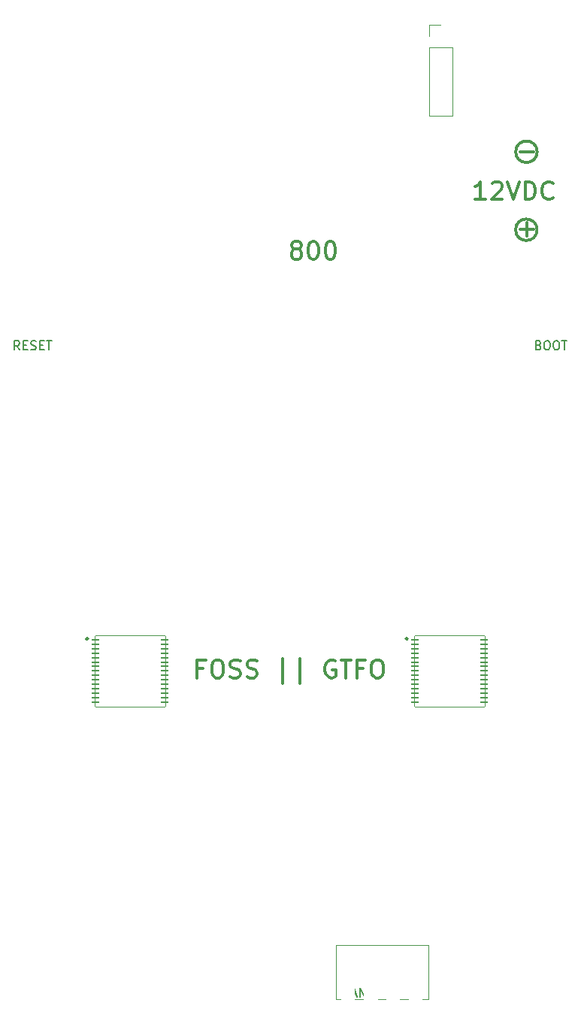
<source format=gbr>
%TF.GenerationSoftware,KiCad,Pcbnew,9.0.1*%
%TF.CreationDate,2025-09-16T14:58:38+08:00*%
%TF.ProjectId,BitaxeGT,42697461-7865-4475-942e-6b696361645f,v800*%
%TF.SameCoordinates,Original*%
%TF.FileFunction,Legend,Top*%
%TF.FilePolarity,Positive*%
%FSLAX46Y46*%
G04 Gerber Fmt 4.6, Leading zero omitted, Abs format (unit mm)*
G04 Created by KiCad (PCBNEW 9.0.1) date 2025-09-16 14:58:38*
%MOMM*%
%LPD*%
G01*
G04 APERTURE LIST*
G04 Aperture macros list*
%AMRoundRect*
0 Rectangle with rounded corners*
0 $1 Rounding radius*
0 $2 $3 $4 $5 $6 $7 $8 $9 X,Y pos of 4 corners*
0 Add a 4 corners polygon primitive as box body*
4,1,4,$2,$3,$4,$5,$6,$7,$8,$9,$2,$3,0*
0 Add four circle primitives for the rounded corners*
1,1,$1+$1,$2,$3*
1,1,$1+$1,$4,$5*
1,1,$1+$1,$6,$7*
1,1,$1+$1,$8,$9*
0 Add four rect primitives between the rounded corners*
20,1,$1+$1,$2,$3,$4,$5,0*
20,1,$1+$1,$4,$5,$6,$7,0*
20,1,$1+$1,$6,$7,$8,$9,0*
20,1,$1+$1,$8,$9,$2,$3,0*%
G04 Aperture macros list end*
%ADD10C,0.300000*%
%ADD11C,0.150000*%
%ADD12C,0.000000*%
%ADD13C,0.050000*%
%ADD14C,0.227485*%
%ADD15C,0.120000*%
%ADD16C,0.200000*%
%ADD17C,0.100000*%
%ADD18C,1.050000*%
%ADD19RoundRect,0.055250X-0.340750X-0.055250X0.340750X-0.055250X0.340750X0.055250X-0.340750X0.055250X0*%
%ADD20C,2.000000*%
%ADD21C,6.000000*%
%ADD22C,0.800000*%
%ADD23C,6.400000*%
%ADD24C,1.300000*%
%ADD25O,1.574800X4.000000*%
%ADD26C,1.500000*%
%ADD27C,1.700000*%
%ADD28O,1.700000X1.700000*%
%ADD29C,0.990600*%
%ADD30C,0.400000*%
%ADD31C,0.499999*%
%ADD32C,3.000000*%
%ADD33C,0.650000*%
%ADD34O,1.000000X1.800000*%
%ADD35O,1.000000X2.100000*%
G04 APERTURE END LIST*
D10*
X158858015Y-53540000D02*
G75*
G02*
X156441985Y-53540000I-1208015J0D01*
G01*
X156441985Y-53540000D02*
G75*
G02*
X158858015Y-53540000I1208015J0D01*
G01*
X158848015Y-62321985D02*
G75*
G02*
X156431985Y-62321985I-1208015J0D01*
G01*
X156431985Y-62321985D02*
G75*
G02*
X158848015Y-62321985I1208015J0D01*
G01*
X156941573Y-53557733D02*
X158465383Y-53557733D01*
X156923558Y-62313218D02*
X158447368Y-62313218D01*
X157685463Y-63075123D02*
X157685463Y-61551313D01*
X121240225Y-111732019D02*
X120573558Y-111732019D01*
X120573558Y-112779638D02*
X120573558Y-110779638D01*
X120573558Y-110779638D02*
X121525939Y-110779638D01*
X122668796Y-110779638D02*
X123049749Y-110779638D01*
X123049749Y-110779638D02*
X123240225Y-110874876D01*
X123240225Y-110874876D02*
X123430701Y-111065352D01*
X123430701Y-111065352D02*
X123525939Y-111446304D01*
X123525939Y-111446304D02*
X123525939Y-112112971D01*
X123525939Y-112112971D02*
X123430701Y-112493923D01*
X123430701Y-112493923D02*
X123240225Y-112684400D01*
X123240225Y-112684400D02*
X123049749Y-112779638D01*
X123049749Y-112779638D02*
X122668796Y-112779638D01*
X122668796Y-112779638D02*
X122478320Y-112684400D01*
X122478320Y-112684400D02*
X122287844Y-112493923D01*
X122287844Y-112493923D02*
X122192606Y-112112971D01*
X122192606Y-112112971D02*
X122192606Y-111446304D01*
X122192606Y-111446304D02*
X122287844Y-111065352D01*
X122287844Y-111065352D02*
X122478320Y-110874876D01*
X122478320Y-110874876D02*
X122668796Y-110779638D01*
X124287844Y-112684400D02*
X124573558Y-112779638D01*
X124573558Y-112779638D02*
X125049749Y-112779638D01*
X125049749Y-112779638D02*
X125240225Y-112684400D01*
X125240225Y-112684400D02*
X125335463Y-112589161D01*
X125335463Y-112589161D02*
X125430701Y-112398685D01*
X125430701Y-112398685D02*
X125430701Y-112208209D01*
X125430701Y-112208209D02*
X125335463Y-112017733D01*
X125335463Y-112017733D02*
X125240225Y-111922495D01*
X125240225Y-111922495D02*
X125049749Y-111827257D01*
X125049749Y-111827257D02*
X124668796Y-111732019D01*
X124668796Y-111732019D02*
X124478320Y-111636780D01*
X124478320Y-111636780D02*
X124383082Y-111541542D01*
X124383082Y-111541542D02*
X124287844Y-111351066D01*
X124287844Y-111351066D02*
X124287844Y-111160590D01*
X124287844Y-111160590D02*
X124383082Y-110970114D01*
X124383082Y-110970114D02*
X124478320Y-110874876D01*
X124478320Y-110874876D02*
X124668796Y-110779638D01*
X124668796Y-110779638D02*
X125144987Y-110779638D01*
X125144987Y-110779638D02*
X125430701Y-110874876D01*
X126192606Y-112684400D02*
X126478320Y-112779638D01*
X126478320Y-112779638D02*
X126954511Y-112779638D01*
X126954511Y-112779638D02*
X127144987Y-112684400D01*
X127144987Y-112684400D02*
X127240225Y-112589161D01*
X127240225Y-112589161D02*
X127335463Y-112398685D01*
X127335463Y-112398685D02*
X127335463Y-112208209D01*
X127335463Y-112208209D02*
X127240225Y-112017733D01*
X127240225Y-112017733D02*
X127144987Y-111922495D01*
X127144987Y-111922495D02*
X126954511Y-111827257D01*
X126954511Y-111827257D02*
X126573558Y-111732019D01*
X126573558Y-111732019D02*
X126383082Y-111636780D01*
X126383082Y-111636780D02*
X126287844Y-111541542D01*
X126287844Y-111541542D02*
X126192606Y-111351066D01*
X126192606Y-111351066D02*
X126192606Y-111160590D01*
X126192606Y-111160590D02*
X126287844Y-110970114D01*
X126287844Y-110970114D02*
X126383082Y-110874876D01*
X126383082Y-110874876D02*
X126573558Y-110779638D01*
X126573558Y-110779638D02*
X127049749Y-110779638D01*
X127049749Y-110779638D02*
X127335463Y-110874876D01*
X130192606Y-113446304D02*
X130192606Y-110589161D01*
X132097368Y-113446304D02*
X132097368Y-110589161D01*
X136097369Y-110874876D02*
X135906893Y-110779638D01*
X135906893Y-110779638D02*
X135621179Y-110779638D01*
X135621179Y-110779638D02*
X135335464Y-110874876D01*
X135335464Y-110874876D02*
X135144988Y-111065352D01*
X135144988Y-111065352D02*
X135049750Y-111255828D01*
X135049750Y-111255828D02*
X134954512Y-111636780D01*
X134954512Y-111636780D02*
X134954512Y-111922495D01*
X134954512Y-111922495D02*
X135049750Y-112303447D01*
X135049750Y-112303447D02*
X135144988Y-112493923D01*
X135144988Y-112493923D02*
X135335464Y-112684400D01*
X135335464Y-112684400D02*
X135621179Y-112779638D01*
X135621179Y-112779638D02*
X135811655Y-112779638D01*
X135811655Y-112779638D02*
X136097369Y-112684400D01*
X136097369Y-112684400D02*
X136192607Y-112589161D01*
X136192607Y-112589161D02*
X136192607Y-111922495D01*
X136192607Y-111922495D02*
X135811655Y-111922495D01*
X136764036Y-110779638D02*
X137906893Y-110779638D01*
X137335464Y-112779638D02*
X137335464Y-110779638D01*
X139240227Y-111732019D02*
X138573560Y-111732019D01*
X138573560Y-112779638D02*
X138573560Y-110779638D01*
X138573560Y-110779638D02*
X139525941Y-110779638D01*
X140668798Y-110779638D02*
X141049751Y-110779638D01*
X141049751Y-110779638D02*
X141240227Y-110874876D01*
X141240227Y-110874876D02*
X141430703Y-111065352D01*
X141430703Y-111065352D02*
X141525941Y-111446304D01*
X141525941Y-111446304D02*
X141525941Y-112112971D01*
X141525941Y-112112971D02*
X141430703Y-112493923D01*
X141430703Y-112493923D02*
X141240227Y-112684400D01*
X141240227Y-112684400D02*
X141049751Y-112779638D01*
X141049751Y-112779638D02*
X140668798Y-112779638D01*
X140668798Y-112779638D02*
X140478322Y-112684400D01*
X140478322Y-112684400D02*
X140287846Y-112493923D01*
X140287846Y-112493923D02*
X140192608Y-112112971D01*
X140192608Y-112112971D02*
X140192608Y-111446304D01*
X140192608Y-111446304D02*
X140287846Y-111065352D01*
X140287846Y-111065352D02*
X140478322Y-110874876D01*
X140478322Y-110874876D02*
X140668798Y-110779638D01*
D11*
X100558207Y-75829819D02*
X100224874Y-75353628D01*
X99986779Y-75829819D02*
X99986779Y-74829819D01*
X99986779Y-74829819D02*
X100367731Y-74829819D01*
X100367731Y-74829819D02*
X100462969Y-74877438D01*
X100462969Y-74877438D02*
X100510588Y-74925057D01*
X100510588Y-74925057D02*
X100558207Y-75020295D01*
X100558207Y-75020295D02*
X100558207Y-75163152D01*
X100558207Y-75163152D02*
X100510588Y-75258390D01*
X100510588Y-75258390D02*
X100462969Y-75306009D01*
X100462969Y-75306009D02*
X100367731Y-75353628D01*
X100367731Y-75353628D02*
X99986779Y-75353628D01*
X100986779Y-75306009D02*
X101320112Y-75306009D01*
X101462969Y-75829819D02*
X100986779Y-75829819D01*
X100986779Y-75829819D02*
X100986779Y-74829819D01*
X100986779Y-74829819D02*
X101462969Y-74829819D01*
X101843922Y-75782200D02*
X101986779Y-75829819D01*
X101986779Y-75829819D02*
X102224874Y-75829819D01*
X102224874Y-75829819D02*
X102320112Y-75782200D01*
X102320112Y-75782200D02*
X102367731Y-75734580D01*
X102367731Y-75734580D02*
X102415350Y-75639342D01*
X102415350Y-75639342D02*
X102415350Y-75544104D01*
X102415350Y-75544104D02*
X102367731Y-75448866D01*
X102367731Y-75448866D02*
X102320112Y-75401247D01*
X102320112Y-75401247D02*
X102224874Y-75353628D01*
X102224874Y-75353628D02*
X102034398Y-75306009D01*
X102034398Y-75306009D02*
X101939160Y-75258390D01*
X101939160Y-75258390D02*
X101891541Y-75210771D01*
X101891541Y-75210771D02*
X101843922Y-75115533D01*
X101843922Y-75115533D02*
X101843922Y-75020295D01*
X101843922Y-75020295D02*
X101891541Y-74925057D01*
X101891541Y-74925057D02*
X101939160Y-74877438D01*
X101939160Y-74877438D02*
X102034398Y-74829819D01*
X102034398Y-74829819D02*
X102272493Y-74829819D01*
X102272493Y-74829819D02*
X102415350Y-74877438D01*
X102843922Y-75306009D02*
X103177255Y-75306009D01*
X103320112Y-75829819D02*
X102843922Y-75829819D01*
X102843922Y-75829819D02*
X102843922Y-74829819D01*
X102843922Y-74829819D02*
X103320112Y-74829819D01*
X103605827Y-74829819D02*
X104177255Y-74829819D01*
X103891541Y-75829819D02*
X103891541Y-74829819D01*
X159020112Y-75306009D02*
X159162969Y-75353628D01*
X159162969Y-75353628D02*
X159210588Y-75401247D01*
X159210588Y-75401247D02*
X159258207Y-75496485D01*
X159258207Y-75496485D02*
X159258207Y-75639342D01*
X159258207Y-75639342D02*
X159210588Y-75734580D01*
X159210588Y-75734580D02*
X159162969Y-75782200D01*
X159162969Y-75782200D02*
X159067731Y-75829819D01*
X159067731Y-75829819D02*
X158686779Y-75829819D01*
X158686779Y-75829819D02*
X158686779Y-74829819D01*
X158686779Y-74829819D02*
X159020112Y-74829819D01*
X159020112Y-74829819D02*
X159115350Y-74877438D01*
X159115350Y-74877438D02*
X159162969Y-74925057D01*
X159162969Y-74925057D02*
X159210588Y-75020295D01*
X159210588Y-75020295D02*
X159210588Y-75115533D01*
X159210588Y-75115533D02*
X159162969Y-75210771D01*
X159162969Y-75210771D02*
X159115350Y-75258390D01*
X159115350Y-75258390D02*
X159020112Y-75306009D01*
X159020112Y-75306009D02*
X158686779Y-75306009D01*
X159877255Y-74829819D02*
X160067731Y-74829819D01*
X160067731Y-74829819D02*
X160162969Y-74877438D01*
X160162969Y-74877438D02*
X160258207Y-74972676D01*
X160258207Y-74972676D02*
X160305826Y-75163152D01*
X160305826Y-75163152D02*
X160305826Y-75496485D01*
X160305826Y-75496485D02*
X160258207Y-75686961D01*
X160258207Y-75686961D02*
X160162969Y-75782200D01*
X160162969Y-75782200D02*
X160067731Y-75829819D01*
X160067731Y-75829819D02*
X159877255Y-75829819D01*
X159877255Y-75829819D02*
X159782017Y-75782200D01*
X159782017Y-75782200D02*
X159686779Y-75686961D01*
X159686779Y-75686961D02*
X159639160Y-75496485D01*
X159639160Y-75496485D02*
X159639160Y-75163152D01*
X159639160Y-75163152D02*
X159686779Y-74972676D01*
X159686779Y-74972676D02*
X159782017Y-74877438D01*
X159782017Y-74877438D02*
X159877255Y-74829819D01*
X160924874Y-74829819D02*
X161115350Y-74829819D01*
X161115350Y-74829819D02*
X161210588Y-74877438D01*
X161210588Y-74877438D02*
X161305826Y-74972676D01*
X161305826Y-74972676D02*
X161353445Y-75163152D01*
X161353445Y-75163152D02*
X161353445Y-75496485D01*
X161353445Y-75496485D02*
X161305826Y-75686961D01*
X161305826Y-75686961D02*
X161210588Y-75782200D01*
X161210588Y-75782200D02*
X161115350Y-75829819D01*
X161115350Y-75829819D02*
X160924874Y-75829819D01*
X160924874Y-75829819D02*
X160829636Y-75782200D01*
X160829636Y-75782200D02*
X160734398Y-75686961D01*
X160734398Y-75686961D02*
X160686779Y-75496485D01*
X160686779Y-75496485D02*
X160686779Y-75163152D01*
X160686779Y-75163152D02*
X160734398Y-74972676D01*
X160734398Y-74972676D02*
X160829636Y-74877438D01*
X160829636Y-74877438D02*
X160924874Y-74829819D01*
X161639160Y-74829819D02*
X162210588Y-74829819D01*
X161924874Y-75829819D02*
X161924874Y-74829819D01*
X137500112Y-148166009D02*
X137166779Y-148166009D01*
X137166779Y-148689819D02*
X137166779Y-147689819D01*
X137166779Y-147689819D02*
X137642969Y-147689819D01*
X137976303Y-148404104D02*
X138452493Y-148404104D01*
X137881065Y-148689819D02*
X138214398Y-147689819D01*
X138214398Y-147689819D02*
X138547731Y-148689819D01*
X138881065Y-148689819D02*
X138881065Y-147689819D01*
X138881065Y-147689819D02*
X139452493Y-148689819D01*
X139452493Y-148689819D02*
X139452493Y-147689819D01*
D10*
X131559272Y-64496780D02*
X131368796Y-64401542D01*
X131368796Y-64401542D02*
X131273558Y-64306304D01*
X131273558Y-64306304D02*
X131178320Y-64115828D01*
X131178320Y-64115828D02*
X131178320Y-64020590D01*
X131178320Y-64020590D02*
X131273558Y-63830114D01*
X131273558Y-63830114D02*
X131368796Y-63734876D01*
X131368796Y-63734876D02*
X131559272Y-63639638D01*
X131559272Y-63639638D02*
X131940225Y-63639638D01*
X131940225Y-63639638D02*
X132130701Y-63734876D01*
X132130701Y-63734876D02*
X132225939Y-63830114D01*
X132225939Y-63830114D02*
X132321177Y-64020590D01*
X132321177Y-64020590D02*
X132321177Y-64115828D01*
X132321177Y-64115828D02*
X132225939Y-64306304D01*
X132225939Y-64306304D02*
X132130701Y-64401542D01*
X132130701Y-64401542D02*
X131940225Y-64496780D01*
X131940225Y-64496780D02*
X131559272Y-64496780D01*
X131559272Y-64496780D02*
X131368796Y-64592019D01*
X131368796Y-64592019D02*
X131273558Y-64687257D01*
X131273558Y-64687257D02*
X131178320Y-64877733D01*
X131178320Y-64877733D02*
X131178320Y-65258685D01*
X131178320Y-65258685D02*
X131273558Y-65449161D01*
X131273558Y-65449161D02*
X131368796Y-65544400D01*
X131368796Y-65544400D02*
X131559272Y-65639638D01*
X131559272Y-65639638D02*
X131940225Y-65639638D01*
X131940225Y-65639638D02*
X132130701Y-65544400D01*
X132130701Y-65544400D02*
X132225939Y-65449161D01*
X132225939Y-65449161D02*
X132321177Y-65258685D01*
X132321177Y-65258685D02*
X132321177Y-64877733D01*
X132321177Y-64877733D02*
X132225939Y-64687257D01*
X132225939Y-64687257D02*
X132130701Y-64592019D01*
X132130701Y-64592019D02*
X131940225Y-64496780D01*
X133559272Y-63639638D02*
X133749749Y-63639638D01*
X133749749Y-63639638D02*
X133940225Y-63734876D01*
X133940225Y-63734876D02*
X134035463Y-63830114D01*
X134035463Y-63830114D02*
X134130701Y-64020590D01*
X134130701Y-64020590D02*
X134225939Y-64401542D01*
X134225939Y-64401542D02*
X134225939Y-64877733D01*
X134225939Y-64877733D02*
X134130701Y-65258685D01*
X134130701Y-65258685D02*
X134035463Y-65449161D01*
X134035463Y-65449161D02*
X133940225Y-65544400D01*
X133940225Y-65544400D02*
X133749749Y-65639638D01*
X133749749Y-65639638D02*
X133559272Y-65639638D01*
X133559272Y-65639638D02*
X133368796Y-65544400D01*
X133368796Y-65544400D02*
X133273558Y-65449161D01*
X133273558Y-65449161D02*
X133178320Y-65258685D01*
X133178320Y-65258685D02*
X133083082Y-64877733D01*
X133083082Y-64877733D02*
X133083082Y-64401542D01*
X133083082Y-64401542D02*
X133178320Y-64020590D01*
X133178320Y-64020590D02*
X133273558Y-63830114D01*
X133273558Y-63830114D02*
X133368796Y-63734876D01*
X133368796Y-63734876D02*
X133559272Y-63639638D01*
X135464034Y-63639638D02*
X135654511Y-63639638D01*
X135654511Y-63639638D02*
X135844987Y-63734876D01*
X135844987Y-63734876D02*
X135940225Y-63830114D01*
X135940225Y-63830114D02*
X136035463Y-64020590D01*
X136035463Y-64020590D02*
X136130701Y-64401542D01*
X136130701Y-64401542D02*
X136130701Y-64877733D01*
X136130701Y-64877733D02*
X136035463Y-65258685D01*
X136035463Y-65258685D02*
X135940225Y-65449161D01*
X135940225Y-65449161D02*
X135844987Y-65544400D01*
X135844987Y-65544400D02*
X135654511Y-65639638D01*
X135654511Y-65639638D02*
X135464034Y-65639638D01*
X135464034Y-65639638D02*
X135273558Y-65544400D01*
X135273558Y-65544400D02*
X135178320Y-65449161D01*
X135178320Y-65449161D02*
X135083082Y-65258685D01*
X135083082Y-65258685D02*
X134987844Y-64877733D01*
X134987844Y-64877733D02*
X134987844Y-64401542D01*
X134987844Y-64401542D02*
X135083082Y-64020590D01*
X135083082Y-64020590D02*
X135178320Y-63830114D01*
X135178320Y-63830114D02*
X135273558Y-63734876D01*
X135273558Y-63734876D02*
X135464034Y-63639638D01*
X153031177Y-58899638D02*
X151888320Y-58899638D01*
X152459748Y-58899638D02*
X152459748Y-56899638D01*
X152459748Y-56899638D02*
X152269272Y-57185352D01*
X152269272Y-57185352D02*
X152078796Y-57375828D01*
X152078796Y-57375828D02*
X151888320Y-57471066D01*
X153793082Y-57090114D02*
X153888320Y-56994876D01*
X153888320Y-56994876D02*
X154078796Y-56899638D01*
X154078796Y-56899638D02*
X154554987Y-56899638D01*
X154554987Y-56899638D02*
X154745463Y-56994876D01*
X154745463Y-56994876D02*
X154840701Y-57090114D01*
X154840701Y-57090114D02*
X154935939Y-57280590D01*
X154935939Y-57280590D02*
X154935939Y-57471066D01*
X154935939Y-57471066D02*
X154840701Y-57756780D01*
X154840701Y-57756780D02*
X153697844Y-58899638D01*
X153697844Y-58899638D02*
X154935939Y-58899638D01*
X155507368Y-56899638D02*
X156174034Y-58899638D01*
X156174034Y-58899638D02*
X156840701Y-56899638D01*
X157507368Y-58899638D02*
X157507368Y-56899638D01*
X157507368Y-56899638D02*
X157983558Y-56899638D01*
X157983558Y-56899638D02*
X158269273Y-56994876D01*
X158269273Y-56994876D02*
X158459749Y-57185352D01*
X158459749Y-57185352D02*
X158554987Y-57375828D01*
X158554987Y-57375828D02*
X158650225Y-57756780D01*
X158650225Y-57756780D02*
X158650225Y-58042495D01*
X158650225Y-58042495D02*
X158554987Y-58423447D01*
X158554987Y-58423447D02*
X158459749Y-58613923D01*
X158459749Y-58613923D02*
X158269273Y-58804400D01*
X158269273Y-58804400D02*
X157983558Y-58899638D01*
X157983558Y-58899638D02*
X157507368Y-58899638D01*
X160650225Y-58709161D02*
X160554987Y-58804400D01*
X160554987Y-58804400D02*
X160269273Y-58899638D01*
X160269273Y-58899638D02*
X160078797Y-58899638D01*
X160078797Y-58899638D02*
X159793082Y-58804400D01*
X159793082Y-58804400D02*
X159602606Y-58613923D01*
X159602606Y-58613923D02*
X159507368Y-58423447D01*
X159507368Y-58423447D02*
X159412130Y-58042495D01*
X159412130Y-58042495D02*
X159412130Y-57756780D01*
X159412130Y-57756780D02*
X159507368Y-57375828D01*
X159507368Y-57375828D02*
X159602606Y-57185352D01*
X159602606Y-57185352D02*
X159793082Y-56994876D01*
X159793082Y-56994876D02*
X160078797Y-56899638D01*
X160078797Y-56899638D02*
X160269273Y-56899638D01*
X160269273Y-56899638D02*
X160554987Y-56994876D01*
X160554987Y-56994876D02*
X160650225Y-57090114D01*
D12*
%TO.C,G\u002A\u002A\u002A*%
G36*
X117167533Y-76303705D02*
G01*
X117164673Y-76316093D01*
X117153642Y-76317597D01*
X117136491Y-76309973D01*
X117139751Y-76303705D01*
X117164479Y-76301212D01*
X117167533Y-76303705D01*
G37*
%TO.C,U9*%
D13*
X117000000Y-116000000D02*
X109000000Y-116000000D01*
X109000000Y-108000000D01*
X117000000Y-108000000D01*
X117000000Y-116000000D01*
D14*
X108274742Y-108395000D02*
G75*
G02*
X108047258Y-108395000I-113742J0D01*
G01*
X108047258Y-108395000D02*
G75*
G02*
X108274742Y-108395000I113742J0D01*
G01*
D15*
%TO.C,J7*%
X136157600Y-142861000D02*
X136157600Y-148957000D01*
X136157600Y-148957000D02*
X139280825Y-148957000D01*
X140959175Y-148957000D02*
X146622400Y-148957000D01*
X146622400Y-142861000D02*
X136157600Y-142861000D01*
X146622400Y-148957000D02*
X146622400Y-142861000D01*
%TO.C,U10*%
D13*
X153000000Y-116000000D02*
X145000000Y-116000000D01*
X145000000Y-108000000D01*
X153000000Y-108000000D01*
X153000000Y-116000000D01*
D14*
X144274742Y-108395000D02*
G75*
G02*
X144047258Y-108395000I-113742J0D01*
G01*
X144047258Y-108395000D02*
G75*
G02*
X144274742Y-108395000I113742J0D01*
G01*
D15*
%TO.C,J3*%
X146670000Y-39220000D02*
X148000000Y-39220000D01*
X146670000Y-40550000D02*
X146670000Y-39220000D01*
X146670000Y-41820000D02*
X146670000Y-49500000D01*
X146670000Y-41820000D02*
X149330000Y-41820000D01*
X146670000Y-49500000D02*
X149330000Y-49500000D01*
X149330000Y-41820000D02*
X149330000Y-49500000D01*
%TD*%
%LPC*%
D16*
%TO.C,LG2*%
X113298206Y-148390000D02*
X112598206Y-148390000D01*
X112598206Y-146490000D01*
X113298206Y-146490000D01*
X113298206Y-148390000D01*
G36*
X113298206Y-148390000D02*
G01*
X112598206Y-148390000D01*
X112598206Y-146490000D01*
X113298206Y-146490000D01*
X113298206Y-148390000D01*
G37*
X123898206Y-148390000D02*
X123198206Y-148390000D01*
X123198206Y-146490000D01*
X123898206Y-146490000D01*
X123898206Y-148390000D01*
G36*
X123898206Y-148390000D02*
G01*
X123198206Y-148390000D01*
X123198206Y-146490000D01*
X123898206Y-146490000D01*
X123898206Y-148390000D01*
G37*
X132707018Y-146708007D02*
X132677018Y-146908007D01*
X132497018Y-146858007D01*
X132357018Y-146478007D01*
X132357018Y-146468007D01*
X132707018Y-146708007D01*
G36*
X132707018Y-146708007D02*
G01*
X132677018Y-146908007D01*
X132497018Y-146858007D01*
X132357018Y-146478007D01*
X132357018Y-146468007D01*
X132707018Y-146708007D01*
G37*
D17*
X132467212Y-145900179D02*
X132552373Y-145945000D01*
X132594420Y-146175807D01*
X132600323Y-146409555D01*
X132623206Y-146617500D01*
X132638806Y-146635220D01*
X131898206Y-146600000D01*
X131898206Y-145890000D01*
X132467212Y-145900179D01*
G36*
X132467212Y-145900179D02*
G01*
X132552373Y-145945000D01*
X132594420Y-146175807D01*
X132600323Y-146409555D01*
X132623206Y-146617500D01*
X132638806Y-146635220D01*
X131898206Y-146600000D01*
X131898206Y-145890000D01*
X132467212Y-145900179D01*
G37*
D16*
X124998206Y-148293826D02*
X124994530Y-148807384D01*
X124981482Y-148980311D01*
X124954366Y-149031826D01*
X124919628Y-149062765D01*
X124875664Y-149077963D01*
X124787139Y-149086988D01*
X124398206Y-149090000D01*
X124397018Y-148188007D01*
X124998206Y-148293826D01*
G36*
X124998206Y-148293826D02*
G01*
X124994530Y-148807384D01*
X124981482Y-148980311D01*
X124954366Y-149031826D01*
X124919628Y-149062765D01*
X124875664Y-149077963D01*
X124787139Y-149086988D01*
X124398206Y-149090000D01*
X124397018Y-148188007D01*
X124998206Y-148293826D01*
G37*
X132637610Y-147131553D02*
X132605356Y-147242888D01*
X132592308Y-147358066D01*
X132598005Y-147478164D01*
X132621770Y-147596024D01*
X132657982Y-147690405D01*
X132766557Y-147823263D01*
X132571468Y-148194724D01*
X132489223Y-148313002D01*
X132409326Y-148353281D01*
X132304867Y-148380777D01*
X132189873Y-148390000D01*
X131898206Y-148390000D01*
X131898206Y-145890000D01*
X132637610Y-147131553D01*
G36*
X132637610Y-147131553D02*
G01*
X132605356Y-147242888D01*
X132592308Y-147358066D01*
X132598005Y-147478164D01*
X132621770Y-147596024D01*
X132657982Y-147690405D01*
X132766557Y-147823263D01*
X132571468Y-148194724D01*
X132489223Y-148313002D01*
X132409326Y-148353281D01*
X132304867Y-148380777D01*
X132189873Y-148390000D01*
X131898206Y-148390000D01*
X131898206Y-145890000D01*
X132637610Y-147131553D01*
G37*
X127498206Y-146790000D02*
X128398206Y-146790000D01*
X128405019Y-146056636D01*
X128414695Y-145998747D01*
X128480165Y-145915138D01*
X128637617Y-145892650D01*
X129098206Y-145890000D01*
X129098206Y-148390000D01*
X128398206Y-148390000D01*
X128398206Y-147390000D01*
X127498206Y-147390000D01*
X127498206Y-148390000D01*
X126698206Y-148390000D01*
X126698206Y-145890000D01*
X127498206Y-145890000D01*
X127498206Y-146790000D01*
G36*
X127498206Y-146790000D02*
G01*
X128398206Y-146790000D01*
X128405019Y-146056636D01*
X128414695Y-145998747D01*
X128480165Y-145915138D01*
X128637617Y-145892650D01*
X129098206Y-145890000D01*
X129098206Y-148390000D01*
X128398206Y-148390000D01*
X128398206Y-147390000D01*
X127498206Y-147390000D01*
X127498206Y-148390000D01*
X126698206Y-148390000D01*
X126698206Y-145890000D01*
X127498206Y-145890000D01*
X127498206Y-146790000D01*
G37*
X112298206Y-146190000D02*
X112295183Y-146278992D01*
X112286133Y-146367574D01*
X112270880Y-146411541D01*
X112239873Y-146446250D01*
X112193511Y-146471452D01*
X112141874Y-146482326D01*
X112020040Y-146486163D01*
X111498206Y-146490000D01*
X111498206Y-148390000D01*
X110798206Y-148390000D01*
X110798206Y-146490000D01*
X110398206Y-146490000D01*
X110108216Y-146473327D01*
X110056539Y-146446250D01*
X110010279Y-146367574D01*
X109998206Y-145890000D01*
X112298206Y-145890000D01*
X112298206Y-146190000D01*
G36*
X112298206Y-146190000D02*
G01*
X112295183Y-146278992D01*
X112286133Y-146367574D01*
X112270880Y-146411541D01*
X112239873Y-146446250D01*
X112193511Y-146471452D01*
X112141874Y-146482326D01*
X112020040Y-146486163D01*
X111498206Y-146490000D01*
X111498206Y-148390000D01*
X110798206Y-148390000D01*
X110798206Y-146490000D01*
X110398206Y-146490000D01*
X110108216Y-146473327D01*
X110056539Y-146446250D01*
X110010279Y-146367574D01*
X109998206Y-145890000D01*
X112298206Y-145890000D01*
X112298206Y-146190000D01*
G37*
X123639513Y-145892055D02*
X123730634Y-145898218D01*
X123781722Y-145908422D01*
X123829456Y-145929286D01*
X123880477Y-145989754D01*
X123898206Y-146090000D01*
X123893740Y-146140901D01*
X123880477Y-146190246D01*
X123829456Y-146250714D01*
X123781716Y-146271560D01*
X123730634Y-146281782D01*
X123639512Y-146287943D01*
X123456899Y-146287945D01*
X123365778Y-146281782D01*
X123314690Y-146271578D01*
X123266956Y-146250714D01*
X123215936Y-146190246D01*
X123198208Y-146090000D01*
X123215935Y-145989754D01*
X123236076Y-145954986D01*
X123314696Y-145908440D01*
X123456900Y-145892057D01*
X123548206Y-145890000D01*
X123639513Y-145892055D01*
G36*
X123639513Y-145892055D02*
G01*
X123730634Y-145898218D01*
X123781722Y-145908422D01*
X123829456Y-145929286D01*
X123880477Y-145989754D01*
X123898206Y-146090000D01*
X123893740Y-146140901D01*
X123880477Y-146190246D01*
X123829456Y-146250714D01*
X123781716Y-146271560D01*
X123730634Y-146281782D01*
X123639512Y-146287943D01*
X123456899Y-146287945D01*
X123365778Y-146281782D01*
X123314690Y-146271578D01*
X123266956Y-146250714D01*
X123215936Y-146190246D01*
X123198208Y-146090000D01*
X123215935Y-145989754D01*
X123236076Y-145954986D01*
X123314696Y-145908440D01*
X123456900Y-145892057D01*
X123548206Y-145890000D01*
X123639513Y-145892055D01*
G37*
X113039513Y-145892055D02*
X113130634Y-145898218D01*
X113181722Y-145908422D01*
X113229456Y-145929287D01*
X113280477Y-145989754D01*
X113298206Y-146090000D01*
X113280477Y-146190246D01*
X113260336Y-146225014D01*
X113229456Y-146250714D01*
X113181716Y-146271560D01*
X113130634Y-146281782D01*
X113039512Y-146287943D01*
X112856899Y-146287945D01*
X112765778Y-146281782D01*
X112714690Y-146271578D01*
X112666956Y-146250714D01*
X112636103Y-146224992D01*
X112615935Y-146190246D01*
X112602673Y-146140901D01*
X112598206Y-146090000D01*
X112602672Y-146039099D01*
X112615935Y-145989754D01*
X112666956Y-145929286D01*
X112714696Y-145908440D01*
X112856900Y-145892057D01*
X112948206Y-145890000D01*
X113039513Y-145892055D01*
G36*
X113039513Y-145892055D02*
G01*
X113130634Y-145898218D01*
X113181722Y-145908422D01*
X113229456Y-145929287D01*
X113280477Y-145989754D01*
X113298206Y-146090000D01*
X113280477Y-146190246D01*
X113260336Y-146225014D01*
X113229456Y-146250714D01*
X113181716Y-146271560D01*
X113130634Y-146281782D01*
X113039512Y-146287943D01*
X112856899Y-146287945D01*
X112765778Y-146281782D01*
X112714690Y-146271578D01*
X112666956Y-146250714D01*
X112636103Y-146224992D01*
X112615935Y-146190246D01*
X112602673Y-146140901D01*
X112598206Y-146090000D01*
X112602672Y-146039099D01*
X112615935Y-145989754D01*
X112666956Y-145929286D01*
X112714696Y-145908440D01*
X112856900Y-145892057D01*
X112948206Y-145890000D01*
X113039513Y-145892055D01*
G37*
X121357211Y-145892491D02*
X121465988Y-145899959D01*
X121551522Y-145943823D01*
X121590310Y-146038946D01*
X121598206Y-146293518D01*
X121600471Y-146411042D01*
X121609391Y-146574610D01*
X121628776Y-146616901D01*
X121682572Y-146637324D01*
X121738301Y-146618406D01*
X121791632Y-146593518D01*
X121908814Y-146541322D01*
X122032300Y-146506578D01*
X122152939Y-146492431D01*
X122274231Y-146498921D01*
X122383690Y-146524829D01*
X122486413Y-146570662D01*
X122572401Y-146632715D01*
X122642536Y-146712251D01*
X122712228Y-146854364D01*
X122760224Y-147057839D01*
X122778252Y-147190293D01*
X122793639Y-147492890D01*
X122798206Y-148390000D01*
X122107344Y-148390000D01*
X122087018Y-147878007D01*
X122066887Y-147530509D01*
X122055999Y-147346018D01*
X122044669Y-147248256D01*
X121994421Y-147106584D01*
X121848206Y-147040000D01*
X121741216Y-147071103D01*
X121676755Y-147153071D01*
X121641624Y-147325493D01*
X121618637Y-147715000D01*
X121589068Y-148390000D01*
X120898206Y-148390000D01*
X120898206Y-145890000D01*
X121357211Y-145892491D01*
G36*
X121357211Y-145892491D02*
G01*
X121465988Y-145899959D01*
X121551522Y-145943823D01*
X121590310Y-146038946D01*
X121598206Y-146293518D01*
X121600471Y-146411042D01*
X121609391Y-146574610D01*
X121628776Y-146616901D01*
X121682572Y-146637324D01*
X121738301Y-146618406D01*
X121791632Y-146593518D01*
X121908814Y-146541322D01*
X122032300Y-146506578D01*
X122152939Y-146492431D01*
X122274231Y-146498921D01*
X122383690Y-146524829D01*
X122486413Y-146570662D01*
X122572401Y-146632715D01*
X122642536Y-146712251D01*
X122712228Y-146854364D01*
X122760224Y-147057839D01*
X122778252Y-147190293D01*
X122793639Y-147492890D01*
X122798206Y-148390000D01*
X122107344Y-148390000D01*
X122087018Y-147878007D01*
X122066887Y-147530509D01*
X122055999Y-147346018D01*
X122044669Y-147248256D01*
X121994421Y-147106584D01*
X121848206Y-147040000D01*
X121741216Y-147071103D01*
X121676755Y-147153071D01*
X121641624Y-147325493D01*
X121618637Y-147715000D01*
X121589068Y-148390000D01*
X120898206Y-148390000D01*
X120898206Y-145890000D01*
X121357211Y-145892491D01*
G37*
X129990026Y-146493762D02*
X130081231Y-146505023D01*
X130159364Y-146560152D01*
X130192415Y-146680717D01*
X130198206Y-147031821D01*
X130209712Y-147406358D01*
X130261214Y-147709760D01*
X130298606Y-147781809D01*
X130354727Y-147840455D01*
X130422311Y-147877264D01*
X130498206Y-147890000D01*
X130574103Y-147877269D01*
X130697813Y-147781814D01*
X130735198Y-147709760D01*
X130768591Y-147587980D01*
X130784966Y-147462770D01*
X130798206Y-147031821D01*
X130798206Y-146490000D01*
X131498206Y-146490000D01*
X131498206Y-148390000D01*
X131081048Y-148388120D01*
X130901019Y-148359592D01*
X130804527Y-148309631D01*
X130769793Y-148237052D01*
X130693212Y-148244582D01*
X130496791Y-148334647D01*
X130262990Y-148383447D01*
X130141820Y-148383896D01*
X130029298Y-148368691D01*
X129831957Y-148294307D01*
X129755349Y-148232857D01*
X129680672Y-148115682D01*
X129633116Y-147934488D01*
X129615556Y-147803360D01*
X129606111Y-147671399D01*
X129598206Y-147282857D01*
X129598206Y-146490000D01*
X129898206Y-146490000D01*
X129990026Y-146493762D01*
G36*
X129990026Y-146493762D02*
G01*
X130081231Y-146505023D01*
X130159364Y-146560152D01*
X130192415Y-146680717D01*
X130198206Y-147031821D01*
X130209712Y-147406358D01*
X130261214Y-147709760D01*
X130298606Y-147781809D01*
X130354727Y-147840455D01*
X130422311Y-147877264D01*
X130498206Y-147890000D01*
X130574103Y-147877269D01*
X130697813Y-147781814D01*
X130735198Y-147709760D01*
X130768591Y-147587980D01*
X130784966Y-147462770D01*
X130798206Y-147031821D01*
X130798206Y-146490000D01*
X131498206Y-146490000D01*
X131498206Y-148390000D01*
X131081048Y-148388120D01*
X130901019Y-148359592D01*
X130804527Y-148309631D01*
X130769793Y-148237052D01*
X130693212Y-148244582D01*
X130496791Y-148334647D01*
X130262990Y-148383447D01*
X130141820Y-148383896D01*
X130029298Y-148368691D01*
X129831957Y-148294307D01*
X129755349Y-148232857D01*
X129680672Y-148115682D01*
X129633116Y-147934488D01*
X129615556Y-147803360D01*
X129606111Y-147671399D01*
X129598206Y-147282857D01*
X129598206Y-146490000D01*
X129898206Y-146490000D01*
X129990026Y-146493762D01*
G37*
X124813124Y-146497539D02*
X124977040Y-146553769D01*
X125011825Y-146631434D01*
X125214643Y-147048435D01*
X125091436Y-147202649D01*
X125038725Y-147409238D01*
X125032943Y-147434119D01*
X125048383Y-147527649D01*
X125078998Y-147642440D01*
X125125901Y-147739210D01*
X125191279Y-147824592D01*
X125260136Y-147872960D01*
X125342544Y-147890000D01*
X125498738Y-147829275D01*
X125614063Y-147663150D01*
X125646349Y-147554138D01*
X125657155Y-147440961D01*
X125610638Y-147227351D01*
X125496520Y-147061445D01*
X125357108Y-146999120D01*
X125214643Y-147048435D01*
X125191632Y-146593518D01*
X125534685Y-146495641D01*
X125761701Y-146525195D01*
X125868118Y-146568175D01*
X126066761Y-146707431D01*
X126182354Y-146842660D01*
X126222535Y-146912254D01*
X126288063Y-147138129D01*
X126295188Y-147373634D01*
X126292869Y-147603745D01*
X126248291Y-147910536D01*
X126190247Y-148066423D01*
X126091691Y-148200425D01*
X125967397Y-148293140D01*
X125820563Y-148342996D01*
X125622165Y-148361832D01*
X125317018Y-148348007D01*
X124998206Y-148293826D01*
X124397018Y-148188007D01*
X124398206Y-146490000D01*
X124813124Y-146497539D01*
G36*
X124813124Y-146497539D02*
G01*
X124977040Y-146553769D01*
X125011825Y-146631434D01*
X125214643Y-147048435D01*
X125091436Y-147202649D01*
X125038725Y-147409238D01*
X125032943Y-147434119D01*
X125048383Y-147527649D01*
X125078998Y-147642440D01*
X125125901Y-147739210D01*
X125191279Y-147824592D01*
X125260136Y-147872960D01*
X125342544Y-147890000D01*
X125498738Y-147829275D01*
X125614063Y-147663150D01*
X125646349Y-147554138D01*
X125657155Y-147440961D01*
X125610638Y-147227351D01*
X125496520Y-147061445D01*
X125357108Y-146999120D01*
X125214643Y-147048435D01*
X125191632Y-146593518D01*
X125534685Y-146495641D01*
X125761701Y-146525195D01*
X125868118Y-146568175D01*
X126066761Y-146707431D01*
X126182354Y-146842660D01*
X126222535Y-146912254D01*
X126288063Y-147138129D01*
X126295188Y-147373634D01*
X126292869Y-147603745D01*
X126248291Y-147910536D01*
X126190247Y-148066423D01*
X126091691Y-148200425D01*
X125967397Y-148293140D01*
X125820563Y-148342996D01*
X125622165Y-148361832D01*
X125317018Y-148348007D01*
X124998206Y-148293826D01*
X124397018Y-148188007D01*
X124398206Y-146490000D01*
X124813124Y-146497539D01*
G37*
X133291893Y-146513951D02*
X133491065Y-146586178D01*
X133643330Y-146703744D01*
X133748882Y-146864565D01*
X133797018Y-146958007D01*
X133847018Y-147208007D01*
X133861795Y-147328244D01*
X133856567Y-147578516D01*
X133809611Y-147824400D01*
X133725051Y-148023980D01*
X133592628Y-148195578D01*
X133501191Y-148269960D01*
X133270996Y-148363102D01*
X133141094Y-148383054D01*
X132889718Y-148363910D01*
X132791162Y-148326637D01*
X132671128Y-148234060D01*
X132923997Y-147828239D01*
X133004413Y-147793788D01*
X133073557Y-147738901D01*
X133126074Y-147667940D01*
X133181478Y-147478365D01*
X133179869Y-147366131D01*
X133161026Y-147255478D01*
X133125250Y-147163694D01*
X133067713Y-147083731D01*
X132994756Y-147025431D01*
X132908013Y-146990826D01*
X132745676Y-147010793D01*
X132638806Y-146635220D01*
X132662073Y-146639169D01*
X132718206Y-146610000D01*
X132783418Y-146559464D01*
X132859180Y-146526807D01*
X133066059Y-146494303D01*
X133291893Y-146513951D01*
G36*
X133291893Y-146513951D02*
G01*
X133491065Y-146586178D01*
X133643330Y-146703744D01*
X133748882Y-146864565D01*
X133797018Y-146958007D01*
X133847018Y-147208007D01*
X133861795Y-147328244D01*
X133856567Y-147578516D01*
X133809611Y-147824400D01*
X133725051Y-148023980D01*
X133592628Y-148195578D01*
X133501191Y-148269960D01*
X133270996Y-148363102D01*
X133141094Y-148383054D01*
X132889718Y-148363910D01*
X132791162Y-148326637D01*
X132671128Y-148234060D01*
X132923997Y-147828239D01*
X133004413Y-147793788D01*
X133073557Y-147738901D01*
X133126074Y-147667940D01*
X133181478Y-147478365D01*
X133179869Y-147366131D01*
X133161026Y-147255478D01*
X133125250Y-147163694D01*
X133067713Y-147083731D01*
X132994756Y-147025431D01*
X132908013Y-146990826D01*
X132745676Y-147010793D01*
X132638806Y-146635220D01*
X132662073Y-146639169D01*
X132718206Y-146610000D01*
X132783418Y-146559464D01*
X132859180Y-146526807D01*
X133066059Y-146494303D01*
X133291893Y-146513951D01*
G37*
X132467212Y-145900179D02*
X132552373Y-145945000D01*
X132590633Y-146041614D01*
X132594420Y-146175807D01*
X132600323Y-146409555D01*
X132607622Y-146564301D01*
X132623206Y-146617500D01*
X132638806Y-146635220D01*
X131898206Y-145890000D01*
X132467212Y-145900179D01*
G36*
X132467212Y-145900179D02*
G01*
X132552373Y-145945000D01*
X132590633Y-146041614D01*
X132594420Y-146175807D01*
X132600323Y-146409555D01*
X132607622Y-146564301D01*
X132623206Y-146617500D01*
X132638806Y-146635220D01*
X131898206Y-145890000D01*
X132467212Y-145900179D01*
G37*
X114163368Y-146492220D02*
X114228227Y-146498870D01*
X114321606Y-146527112D01*
X114392909Y-146602695D01*
X114412003Y-146702075D01*
X114449174Y-146725047D01*
X114486634Y-146718952D01*
X114600395Y-146662404D01*
X114678803Y-146619657D01*
X114955877Y-146519027D01*
X115094055Y-146509228D01*
X115231244Y-146528420D01*
X115351666Y-146573739D01*
X115458430Y-146645549D01*
X115542873Y-146738433D01*
X115601743Y-146849303D01*
X115639074Y-146988681D01*
X115680493Y-147349529D01*
X115691117Y-147481542D01*
X115698206Y-147746510D01*
X115698206Y-148390000D01*
X114998206Y-148390000D01*
X114997018Y-147828007D01*
X114995183Y-147598884D01*
X114992161Y-147460906D01*
X114985329Y-147334578D01*
X114964905Y-147209725D01*
X114945840Y-147146903D01*
X114917195Y-147087830D01*
X114884808Y-147049262D01*
X114841484Y-147023583D01*
X114759294Y-147008040D01*
X114676875Y-147022289D01*
X114604570Y-147064584D01*
X114551603Y-147129479D01*
X114498528Y-147248306D01*
X114466519Y-147374449D01*
X114430167Y-147646390D01*
X114384872Y-148161758D01*
X114341249Y-148309007D01*
X114306398Y-148349067D01*
X114258136Y-148371203D01*
X114172674Y-148385286D01*
X114086187Y-148390000D01*
X113798206Y-148390000D01*
X113798206Y-146490000D01*
X114098206Y-146490000D01*
X114163368Y-146492220D01*
G36*
X114163368Y-146492220D02*
G01*
X114228227Y-146498870D01*
X114321606Y-146527112D01*
X114392909Y-146602695D01*
X114412003Y-146702075D01*
X114449174Y-146725047D01*
X114486634Y-146718952D01*
X114600395Y-146662404D01*
X114678803Y-146619657D01*
X114955877Y-146519027D01*
X115094055Y-146509228D01*
X115231244Y-146528420D01*
X115351666Y-146573739D01*
X115458430Y-146645549D01*
X115542873Y-146738433D01*
X115601743Y-146849303D01*
X115639074Y-146988681D01*
X115680493Y-147349529D01*
X115691117Y-147481542D01*
X115698206Y-147746510D01*
X115698206Y-148390000D01*
X114998206Y-148390000D01*
X114997018Y-147828007D01*
X114995183Y-147598884D01*
X114992161Y-147460906D01*
X114985329Y-147334578D01*
X114964905Y-147209725D01*
X114945840Y-147146903D01*
X114917195Y-147087830D01*
X114884808Y-147049262D01*
X114841484Y-147023583D01*
X114759294Y-147008040D01*
X114676875Y-147022289D01*
X114604570Y-147064584D01*
X114551603Y-147129479D01*
X114498528Y-147248306D01*
X114466519Y-147374449D01*
X114430167Y-147646390D01*
X114384872Y-148161758D01*
X114341249Y-148309007D01*
X114306398Y-148349067D01*
X114258136Y-148371203D01*
X114172674Y-148385286D01*
X114086187Y-148390000D01*
X113798206Y-148390000D01*
X113798206Y-146490000D01*
X114098206Y-146490000D01*
X114163368Y-146492220D01*
G37*
X119557444Y-145902538D02*
X119811976Y-145948653D01*
X120033162Y-146022732D01*
X120240756Y-146129108D01*
X120369639Y-146243858D01*
X120450250Y-146396439D01*
X120472816Y-146474462D01*
X120490719Y-146589547D01*
X120444511Y-146649356D01*
X120310900Y-146691832D01*
X120138895Y-146734331D01*
X120008794Y-146742656D01*
X119868124Y-146699680D01*
X119797404Y-146639033D01*
X119684021Y-146546181D01*
X119544127Y-146502521D01*
X119386330Y-146509467D01*
X119238151Y-146564176D01*
X119097724Y-146668810D01*
X118989481Y-146806473D01*
X118921437Y-146967105D01*
X118898206Y-147140000D01*
X118923523Y-147323938D01*
X118997607Y-147494191D01*
X119113557Y-147633569D01*
X119264849Y-147733472D01*
X119418515Y-147773565D01*
X119576396Y-147756466D01*
X119711069Y-147684849D01*
X119807399Y-147566585D01*
X119875703Y-147437785D01*
X119932850Y-147333557D01*
X119969415Y-147298529D01*
X119998154Y-147299422D01*
X120566343Y-147508563D01*
X120596810Y-147569177D01*
X120532052Y-147719578D01*
X120461798Y-147863191D01*
X120309977Y-148078044D01*
X120097583Y-148233286D01*
X119824374Y-148338167D01*
X119535545Y-148385293D01*
X119231517Y-148373644D01*
X118935528Y-148303228D01*
X118686429Y-148180186D01*
X118476450Y-147998254D01*
X118315330Y-147763337D01*
X118218910Y-147495287D01*
X118182105Y-147186345D01*
X118206594Y-146876183D01*
X118289980Y-146586128D01*
X118430657Y-146319119D01*
X118608841Y-146122887D01*
X118837018Y-145988007D01*
X119063697Y-145919187D01*
X119298995Y-145891729D01*
X119557444Y-145902538D01*
G36*
X119557444Y-145902538D02*
G01*
X119811976Y-145948653D01*
X120033162Y-146022732D01*
X120240756Y-146129108D01*
X120369639Y-146243858D01*
X120450250Y-146396439D01*
X120472816Y-146474462D01*
X120490719Y-146589547D01*
X120444511Y-146649356D01*
X120310900Y-146691832D01*
X120138895Y-146734331D01*
X120008794Y-146742656D01*
X119868124Y-146699680D01*
X119797404Y-146639033D01*
X119684021Y-146546181D01*
X119544127Y-146502521D01*
X119386330Y-146509467D01*
X119238151Y-146564176D01*
X119097724Y-146668810D01*
X118989481Y-146806473D01*
X118921437Y-146967105D01*
X118898206Y-147140000D01*
X118923523Y-147323938D01*
X118997607Y-147494191D01*
X119113557Y-147633569D01*
X119264849Y-147733472D01*
X119418515Y-147773565D01*
X119576396Y-147756466D01*
X119711069Y-147684849D01*
X119807399Y-147566585D01*
X119875703Y-147437785D01*
X119932850Y-147333557D01*
X119969415Y-147298529D01*
X119998154Y-147299422D01*
X120566343Y-147508563D01*
X120596810Y-147569177D01*
X120532052Y-147719578D01*
X120461798Y-147863191D01*
X120309977Y-148078044D01*
X120097583Y-148233286D01*
X119824374Y-148338167D01*
X119535545Y-148385293D01*
X119231517Y-148373644D01*
X118935528Y-148303228D01*
X118686429Y-148180186D01*
X118476450Y-147998254D01*
X118315330Y-147763337D01*
X118218910Y-147495287D01*
X118182105Y-147186345D01*
X118206594Y-146876183D01*
X118289980Y-146586128D01*
X118430657Y-146319119D01*
X118608841Y-146122887D01*
X118837018Y-145988007D01*
X119063697Y-145919187D01*
X119298995Y-145891729D01*
X119557444Y-145902538D01*
G37*
X117775147Y-146498548D02*
X117885608Y-146523991D01*
X117937138Y-146562449D01*
X117953084Y-146624734D01*
X117935063Y-146740873D01*
X117902035Y-146853666D01*
X117278105Y-148482748D01*
X117176946Y-148693348D01*
X117039594Y-148882346D01*
X116929261Y-148976641D01*
X116796587Y-149035481D01*
X116626281Y-149067542D01*
X116360184Y-149059005D01*
X116267370Y-149048272D01*
X116190962Y-149033842D01*
X116119769Y-149002568D01*
X116052362Y-148930716D01*
X116016251Y-148815000D01*
X116010920Y-148757031D01*
X116011337Y-148698820D01*
X116040830Y-148633555D01*
X116072612Y-148610915D01*
X116176978Y-148592355D01*
X116347783Y-148579829D01*
X116396481Y-148567377D01*
X116482175Y-148529859D01*
X116541195Y-148481803D01*
X116566985Y-148407102D01*
X116562515Y-148360510D01*
X116526144Y-148228666D01*
X116438102Y-147939107D01*
X116386432Y-147781391D01*
X116320202Y-147607406D01*
X115898206Y-146514531D01*
X115901770Y-146505360D01*
X116006113Y-146497796D01*
X116124692Y-146499693D01*
X116206959Y-146505107D01*
X116347806Y-146518088D01*
X116549179Y-146568216D01*
X116601412Y-146610082D01*
X116647763Y-146672450D01*
X116679981Y-146743161D01*
X116778356Y-147065000D01*
X116839262Y-147266221D01*
X116902029Y-147435781D01*
X116959950Y-147566262D01*
X116973894Y-147583508D01*
X116995100Y-147590000D01*
X117015094Y-147583932D01*
X117028319Y-147567752D01*
X117081598Y-147428437D01*
X117109368Y-147339627D01*
X117230750Y-146871980D01*
X117272036Y-146703961D01*
X117298687Y-146629203D01*
X117342666Y-146563137D01*
X117389661Y-146524968D01*
X117447048Y-146505677D01*
X117554297Y-146493924D01*
X117662116Y-146490000D01*
X117775147Y-146498548D01*
G36*
X117775147Y-146498548D02*
G01*
X117885608Y-146523991D01*
X117937138Y-146562449D01*
X117953084Y-146624734D01*
X117935063Y-146740873D01*
X117902035Y-146853666D01*
X117278105Y-148482748D01*
X117176946Y-148693348D01*
X117039594Y-148882346D01*
X116929261Y-148976641D01*
X116796587Y-149035481D01*
X116626281Y-149067542D01*
X116360184Y-149059005D01*
X116267370Y-149048272D01*
X116190962Y-149033842D01*
X116119769Y-149002568D01*
X116052362Y-148930716D01*
X116016251Y-148815000D01*
X116010920Y-148757031D01*
X116011337Y-148698820D01*
X116040830Y-148633555D01*
X116072612Y-148610915D01*
X116176978Y-148592355D01*
X116347783Y-148579829D01*
X116396481Y-148567377D01*
X116482175Y-148529859D01*
X116541195Y-148481803D01*
X116566985Y-148407102D01*
X116562515Y-148360510D01*
X116526144Y-148228666D01*
X116438102Y-147939107D01*
X116386432Y-147781391D01*
X116320202Y-147607406D01*
X115898206Y-146514531D01*
X115901770Y-146505360D01*
X116006113Y-146497796D01*
X116124692Y-146499693D01*
X116206959Y-146505107D01*
X116347806Y-146518088D01*
X116549179Y-146568216D01*
X116601412Y-146610082D01*
X116647763Y-146672450D01*
X116679981Y-146743161D01*
X116778356Y-147065000D01*
X116839262Y-147266221D01*
X116902029Y-147435781D01*
X116959950Y-147566262D01*
X116973894Y-147583508D01*
X116995100Y-147590000D01*
X117015094Y-147583932D01*
X117028319Y-147567752D01*
X117081598Y-147428437D01*
X117109368Y-147339627D01*
X117230750Y-146871980D01*
X117272036Y-146703961D01*
X117298687Y-146629203D01*
X117342666Y-146563137D01*
X117389661Y-146524968D01*
X117447048Y-146505677D01*
X117554297Y-146493924D01*
X117662116Y-146490000D01*
X117775147Y-146498548D01*
G37*
D12*
%TO.C,G\u002A\u002A\u002A*%
G36*
X125587177Y-64633387D02*
G01*
X125977726Y-65023936D01*
X125592597Y-65409486D01*
X125489016Y-65512783D01*
X125395151Y-65605630D01*
X125314984Y-65684149D01*
X125252497Y-65744464D01*
X125211672Y-65782697D01*
X125196628Y-65795037D01*
X125179598Y-65780895D01*
X125137190Y-65741055D01*
X125073388Y-65679393D01*
X124992174Y-65599788D01*
X124897530Y-65506116D01*
X124800659Y-65409486D01*
X124415531Y-65023936D01*
X124806080Y-64633387D01*
X125196628Y-64242838D01*
X125587177Y-64633387D01*
G37*
G36*
X128780281Y-65695640D02*
G01*
X128780550Y-66481804D01*
X129206184Y-66487436D01*
X129631818Y-66493068D01*
X129358632Y-66831666D01*
X129085446Y-67170263D01*
X128932998Y-67170263D01*
X128780550Y-67170263D01*
X128780666Y-68696555D01*
X128781009Y-69038320D01*
X128781982Y-69339789D01*
X128783582Y-69600779D01*
X128785807Y-69821101D01*
X128788654Y-70000570D01*
X128792121Y-70139001D01*
X128796204Y-70236207D01*
X128800902Y-70292002D01*
X128802889Y-70302459D01*
X128840407Y-70383150D01*
X128903749Y-70467483D01*
X128980938Y-70541554D01*
X129046137Y-70584867D01*
X129116832Y-70621135D01*
X129013376Y-70685447D01*
X128907613Y-70773665D01*
X128850444Y-70850946D01*
X128790968Y-70952133D01*
X128785183Y-72335500D01*
X128784086Y-72610116D01*
X128783305Y-72846088D01*
X128782907Y-73046447D01*
X128782959Y-73214221D01*
X128783527Y-73352440D01*
X128784677Y-73464133D01*
X128786476Y-73552329D01*
X128788991Y-73620059D01*
X128792287Y-73670351D01*
X128796432Y-73706235D01*
X128801491Y-73730740D01*
X128807532Y-73746896D01*
X128814621Y-73757732D01*
X128816438Y-73759826D01*
X128895934Y-73821857D01*
X128999021Y-73865927D01*
X129109153Y-73885293D01*
X129125168Y-73885650D01*
X129204355Y-73880449D01*
X129271851Y-73861015D01*
X129341939Y-73821606D01*
X129410861Y-73770747D01*
X129461677Y-73734439D01*
X129486387Y-73724752D01*
X129487719Y-73738220D01*
X129468401Y-73771377D01*
X129431162Y-73820756D01*
X129378729Y-73882892D01*
X129313831Y-73954318D01*
X129239196Y-74031567D01*
X129157551Y-74111174D01*
X129103705Y-74161012D01*
X128951378Y-74305468D01*
X128806744Y-74455043D01*
X128674246Y-74604324D01*
X128558329Y-74747898D01*
X128463437Y-74880350D01*
X128394015Y-74996269D01*
X128363919Y-75062106D01*
X128329515Y-75152741D01*
X127898675Y-74751734D01*
X127467834Y-74350727D01*
X127467325Y-72713941D01*
X127466961Y-72404645D01*
X127466087Y-72120358D01*
X127464727Y-71863066D01*
X127462904Y-71634758D01*
X127460644Y-71437420D01*
X127457971Y-71273040D01*
X127454908Y-71143604D01*
X127451481Y-71051101D01*
X127447714Y-70997517D01*
X127446177Y-70987681D01*
X127398928Y-70864462D01*
X127321540Y-70756849D01*
X127223720Y-70677522D01*
X127132611Y-70624128D01*
X127190830Y-70594073D01*
X127291973Y-70522089D01*
X127379518Y-70422060D01*
X127412441Y-70368704D01*
X127420866Y-70352537D01*
X127428179Y-70335478D01*
X127434470Y-70314596D01*
X127439831Y-70286958D01*
X127444353Y-70249630D01*
X127448125Y-70199680D01*
X127451240Y-70134176D01*
X127453787Y-70050184D01*
X127455859Y-69944772D01*
X127457544Y-69815007D01*
X127458936Y-69657956D01*
X127460123Y-69470687D01*
X127461197Y-69250267D01*
X127462249Y-68993763D01*
X127463259Y-68727810D01*
X127469102Y-67170263D01*
X127145499Y-67170263D01*
X127034701Y-67169286D01*
X126940242Y-67166589D01*
X126869199Y-67162525D01*
X126828651Y-67157444D01*
X126821895Y-67154177D01*
X126831823Y-67131755D01*
X126859385Y-67079401D01*
X126901244Y-67003196D01*
X126954066Y-66909222D01*
X127007588Y-66815579D01*
X127193281Y-66493068D01*
X127429532Y-66480396D01*
X127542372Y-66471618D01*
X127644816Y-66458666D01*
X127724648Y-66443273D01*
X127754949Y-66434223D01*
X127925620Y-66348312D01*
X128087513Y-66222733D01*
X128239689Y-66058743D01*
X128381208Y-65857605D01*
X128511131Y-65620578D01*
X128628517Y-65348923D01*
X128688343Y-65182391D01*
X128780013Y-64909475D01*
X128780281Y-65695640D01*
G37*
G36*
X124787698Y-66475424D02*
G01*
X124829701Y-66508955D01*
X124891107Y-66560813D01*
X124966152Y-66626198D01*
X124992002Y-66649102D01*
X125189609Y-66814585D01*
X125379732Y-66953468D01*
X125557392Y-67062318D01*
X125675874Y-67120635D01*
X125751833Y-67150602D01*
X125819740Y-67168502D01*
X125895885Y-67177299D01*
X125996562Y-67179960D01*
X126001966Y-67179983D01*
X126091695Y-67181109D01*
X126146562Y-67184564D01*
X126173366Y-67191670D01*
X126178909Y-67203748D01*
X126175037Y-67213592D01*
X126142450Y-67260417D01*
X126090293Y-67321488D01*
X126029357Y-67385563D01*
X125970431Y-67441402D01*
X125924302Y-67477762D01*
X125917876Y-67481540D01*
X125863404Y-67510693D01*
X125863862Y-68866770D01*
X125864007Y-69138774D01*
X125864304Y-69372269D01*
X125864838Y-69570422D01*
X125865695Y-69736396D01*
X125866961Y-69873356D01*
X125868723Y-69984468D01*
X125871066Y-70072897D01*
X125874076Y-70141808D01*
X125877840Y-70194365D01*
X125882443Y-70233735D01*
X125887971Y-70263081D01*
X125894511Y-70285569D01*
X125902149Y-70304364D01*
X125902991Y-70306194D01*
X125963885Y-70400669D01*
X126050654Y-70488636D01*
X126144700Y-70552971D01*
X126181064Y-70575484D01*
X126179567Y-70585652D01*
X126169387Y-70586656D01*
X126128853Y-70603336D01*
X126074304Y-70645911D01*
X126014249Y-70705217D01*
X125957199Y-70772088D01*
X125911664Y-70837360D01*
X125886229Y-70891602D01*
X125880861Y-70932222D01*
X125876224Y-71012934D01*
X125872312Y-71133966D01*
X125869123Y-71295546D01*
X125866653Y-71497899D01*
X125864898Y-71741254D01*
X125863855Y-72025837D01*
X125863521Y-72328670D01*
X125863404Y-73684369D01*
X125924704Y-73743098D01*
X126005764Y-73796987D01*
X126108951Y-73832354D01*
X126217058Y-73844441D01*
X126272873Y-73839352D01*
X126329484Y-73827341D01*
X126373635Y-73811313D01*
X126419179Y-73784268D01*
X126479973Y-73739203D01*
X126496615Y-73726296D01*
X126546669Y-73690112D01*
X126567219Y-73682288D01*
X126558751Y-73702249D01*
X126521753Y-73749419D01*
X126456709Y-73823222D01*
X126364108Y-73923082D01*
X126244433Y-74048424D01*
X126098173Y-74198671D01*
X126094254Y-74202666D01*
X125917182Y-74386232D01*
X125770086Y-74545737D01*
X125650892Y-74683755D01*
X125557524Y-74802862D01*
X125487908Y-74905633D01*
X125439971Y-74994642D01*
X125423209Y-75035547D01*
X125403337Y-75082740D01*
X125387579Y-75107089D01*
X125385182Y-75108032D01*
X125367696Y-75093967D01*
X125324040Y-75054775D01*
X125258169Y-74994126D01*
X125174038Y-74915689D01*
X125075600Y-74823134D01*
X124966811Y-74720130D01*
X124952914Y-74706924D01*
X124532088Y-74306850D01*
X124530970Y-72623613D01*
X124530653Y-72309530D01*
X124530118Y-72034576D01*
X124529322Y-71796208D01*
X124528220Y-71591882D01*
X124526771Y-71419054D01*
X124524931Y-71275181D01*
X124522656Y-71157720D01*
X124519904Y-71064125D01*
X124516631Y-70991855D01*
X124512794Y-70938364D01*
X124508349Y-70901110D01*
X124503255Y-70877549D01*
X124501204Y-70871811D01*
X124442634Y-70772842D01*
X124359433Y-70684583D01*
X124265811Y-70621908D01*
X124259807Y-70619120D01*
X124175239Y-70580986D01*
X124253571Y-70545109D01*
X124319127Y-70505850D01*
X124384441Y-70453001D01*
X124398566Y-70438968D01*
X124425984Y-70410031D01*
X124449294Y-70383267D01*
X124468828Y-70355207D01*
X124484921Y-70322381D01*
X124497905Y-70281319D01*
X124508113Y-70228551D01*
X124515880Y-70160608D01*
X124521538Y-70074019D01*
X124525420Y-69965316D01*
X124527860Y-69831028D01*
X124529191Y-69667685D01*
X124529746Y-69471818D01*
X124529859Y-69239956D01*
X124529852Y-69071967D01*
X124529852Y-67930167D01*
X124423115Y-67892258D01*
X124306525Y-67842120D01*
X124197402Y-67779433D01*
X124108042Y-67711954D01*
X124063292Y-67665331D01*
X124013037Y-67601117D01*
X124388903Y-67036674D01*
X124479763Y-66900286D01*
X124563083Y-66775327D01*
X124636096Y-66665937D01*
X124696034Y-66576258D01*
X124740132Y-66510431D01*
X124765621Y-66472597D01*
X124770863Y-66465018D01*
X124787698Y-66475424D01*
G37*
G36*
X143252715Y-66521975D02*
G01*
X143277082Y-66534221D01*
X143336090Y-66559404D01*
X143425358Y-66595844D01*
X143540502Y-66641858D01*
X143677140Y-66695765D01*
X143830889Y-66755882D01*
X143997365Y-66820529D01*
X144172187Y-66888023D01*
X144350972Y-66956683D01*
X144529336Y-67024826D01*
X144702896Y-67090772D01*
X144867271Y-67152838D01*
X145018077Y-67209342D01*
X145150931Y-67258603D01*
X145261451Y-67298940D01*
X145345253Y-67328669D01*
X145397955Y-67346110D01*
X145407546Y-67348824D01*
X145494900Y-67365749D01*
X145571001Y-67370770D01*
X145601965Y-67367754D01*
X145708876Y-67326163D01*
X145802503Y-67253273D01*
X145865589Y-67166757D01*
X145912205Y-67076497D01*
X145900378Y-67189837D01*
X145865861Y-67340291D01*
X145798197Y-67474704D01*
X145702254Y-67586834D01*
X145582902Y-67670438D01*
X145498075Y-67705591D01*
X145387440Y-67740466D01*
X145387440Y-68023960D01*
X145388131Y-68141910D01*
X145390952Y-68227232D01*
X145397031Y-68288961D01*
X145407491Y-68336129D01*
X145423460Y-68377770D01*
X145434323Y-68400257D01*
X145477980Y-68467032D01*
X145532077Y-68524759D01*
X145552007Y-68540111D01*
X145622807Y-68587162D01*
X145551175Y-68587162D01*
X145463969Y-68596135D01*
X145354386Y-68620453D01*
X145237011Y-68656210D01*
X145126430Y-68699504D01*
X145119128Y-68702804D01*
X145010367Y-68758748D01*
X144901130Y-68828511D01*
X144788031Y-68915225D01*
X144667686Y-69022018D01*
X144536711Y-69152022D01*
X144391721Y-69308366D01*
X144229331Y-69494180D01*
X144108440Y-69637525D01*
X144011785Y-69752681D01*
X143915105Y-69866491D01*
X143824608Y-69971747D01*
X143746503Y-70061239D01*
X143687001Y-70127758D01*
X143674783Y-70141002D01*
X143474797Y-70334075D01*
X143267794Y-70492682D01*
X143057117Y-70614654D01*
X142846108Y-70697819D01*
X142795753Y-70711772D01*
X142647408Y-70749443D01*
X142642043Y-72051430D01*
X142641067Y-72328032D01*
X142640615Y-72565560D01*
X142640727Y-72766612D01*
X142641444Y-72933783D01*
X142642808Y-73069673D01*
X142644858Y-73176877D01*
X142647637Y-73257992D01*
X142651185Y-73315616D01*
X142655542Y-73352345D01*
X142660751Y-73370778D01*
X142662880Y-73373463D01*
X142688684Y-73385875D01*
X142747817Y-73410543D01*
X142834764Y-73445371D01*
X142944013Y-73488269D01*
X143070051Y-73537141D01*
X143207365Y-73589895D01*
X143350441Y-73644437D01*
X143493767Y-73698674D01*
X143631829Y-73750514D01*
X143759114Y-73797862D01*
X143870110Y-73838626D01*
X143959304Y-73870711D01*
X144021181Y-73892026D01*
X144050229Y-73900475D01*
X144051028Y-73900533D01*
X144060194Y-73892215D01*
X144066756Y-73864321D01*
X144070916Y-73812440D01*
X144072880Y-73732163D01*
X144072851Y-73619078D01*
X144071034Y-73468775D01*
X144071025Y-73468171D01*
X144067854Y-73306501D01*
X144062991Y-73180648D01*
X144054944Y-73084759D01*
X144042223Y-73012978D01*
X144023338Y-72959450D01*
X143996798Y-72918319D01*
X143961114Y-72883732D01*
X143914794Y-72849833D01*
X143913386Y-72848875D01*
X143835847Y-72796186D01*
X143930071Y-72796186D01*
X144091395Y-72778083D01*
X144260189Y-72726682D01*
X144426073Y-72646337D01*
X144578667Y-72541407D01*
X144618907Y-72507041D01*
X144671520Y-72454386D01*
X144741714Y-72376425D01*
X144822393Y-72281438D01*
X144906465Y-72177704D01*
X144960164Y-72108733D01*
X145039649Y-72006948D01*
X145117318Y-71911322D01*
X145186990Y-71829192D01*
X145242485Y-71767891D01*
X145270290Y-71740687D01*
X145366273Y-71671115D01*
X145481203Y-71608903D01*
X145598930Y-71561690D01*
X145699992Y-71537511D01*
X145748286Y-71532980D01*
X145767494Y-71534556D01*
X145762502Y-71538140D01*
X145672770Y-71589120D01*
X145586147Y-71663636D01*
X145520458Y-71746238D01*
X145518330Y-71749813D01*
X145490521Y-71799936D01*
X145467474Y-71849690D01*
X145448657Y-71903596D01*
X145433541Y-71966174D01*
X145421596Y-72041946D01*
X145412293Y-72135431D01*
X145405101Y-72251152D01*
X145399492Y-72393627D01*
X145394935Y-72567379D01*
X145390900Y-72776928D01*
X145389713Y-72847417D01*
X145377022Y-73617516D01*
X145217022Y-73642230D01*
X144949020Y-73704225D01*
X144688717Y-73804691D01*
X144441468Y-73940490D01*
X144212630Y-74108486D01*
X144007559Y-74305541D01*
X143929927Y-74396064D01*
X143875687Y-74469061D01*
X143814462Y-74560968D01*
X143750417Y-74664380D01*
X143687713Y-74771892D01*
X143630516Y-74876099D01*
X143582989Y-74969597D01*
X143549294Y-75044980D01*
X143533597Y-75094844D01*
X143532970Y-75102045D01*
X143517895Y-75125985D01*
X143484355Y-75126625D01*
X143458999Y-75111727D01*
X143435912Y-75100658D01*
X143378259Y-75076541D01*
X143290448Y-75041075D01*
X143176891Y-74995959D01*
X143041997Y-74942893D01*
X142890177Y-74883576D01*
X142725840Y-74819706D01*
X142553397Y-74752983D01*
X142377258Y-74685106D01*
X142201833Y-74617775D01*
X142031532Y-74552687D01*
X141870764Y-74491543D01*
X141723941Y-74436042D01*
X141595473Y-74387882D01*
X141489768Y-74348763D01*
X141411238Y-74320385D01*
X141364293Y-74304445D01*
X141361566Y-74303619D01*
X141244977Y-74281974D01*
X141132126Y-74279963D01*
X141028757Y-74300736D01*
X140945082Y-74349902D01*
X140873441Y-74432855D01*
X140842351Y-74483963D01*
X140801741Y-74556891D01*
X140814475Y-74452707D01*
X140851643Y-74299917D01*
X140920984Y-74163600D01*
X141017574Y-74049621D01*
X141136492Y-73963847D01*
X141266973Y-73913512D01*
X141324274Y-73899740D01*
X141324070Y-72457191D01*
X141323867Y-71014643D01*
X141274956Y-70909608D01*
X141199123Y-70790926D01*
X141097903Y-70704051D01*
X141035294Y-70671970D01*
X140969982Y-70644917D01*
X141078660Y-70579739D01*
X141191550Y-70489173D01*
X141250597Y-70412032D01*
X141313855Y-70309503D01*
X141319579Y-69167884D01*
X141319722Y-69139336D01*
X142636989Y-69139336D01*
X142637279Y-69434815D01*
X142638135Y-69699236D01*
X142639538Y-69931220D01*
X142641469Y-70129391D01*
X142643909Y-70292371D01*
X142646837Y-70418782D01*
X142650235Y-70507247D01*
X142654083Y-70556389D01*
X142657055Y-70566653D01*
X142686240Y-70559503D01*
X142740404Y-70541065D01*
X142787284Y-70523321D01*
X142942279Y-70447203D01*
X143107126Y-70339195D01*
X143274789Y-70205507D01*
X143438230Y-70052346D01*
X143590413Y-69885920D01*
X143724299Y-69712438D01*
X143751310Y-69672876D01*
X143859502Y-69499144D01*
X143941994Y-69337796D01*
X144001716Y-69178735D01*
X144041603Y-69011864D01*
X144064585Y-68827086D01*
X144073597Y-68614304D01*
X144073998Y-68561849D01*
X144073737Y-68445968D01*
X144071729Y-68364927D01*
X144067169Y-68311904D01*
X144059255Y-68280078D01*
X144047181Y-68262624D01*
X144038015Y-68256430D01*
X144011016Y-68244669D01*
X143951433Y-68220331D01*
X143864637Y-68185519D01*
X143755999Y-68142336D01*
X143630888Y-68092884D01*
X143494677Y-68039265D01*
X143352734Y-67983582D01*
X143210431Y-67927938D01*
X143073139Y-67874435D01*
X142946228Y-67825175D01*
X142835068Y-67782260D01*
X142745030Y-67747795D01*
X142681484Y-67723880D01*
X142649802Y-67712618D01*
X142647368Y-67712018D01*
X142645625Y-67732293D01*
X142643974Y-67790871D01*
X142642439Y-67884381D01*
X142641045Y-68009453D01*
X142639816Y-68162716D01*
X142638778Y-68340800D01*
X142637953Y-68540334D01*
X142637368Y-68757947D01*
X142637046Y-68990270D01*
X142636989Y-69139336D01*
X141319722Y-69139336D01*
X141325303Y-68026265D01*
X141402926Y-68014368D01*
X141708723Y-67948470D01*
X141991024Y-67848161D01*
X142249698Y-67713537D01*
X142484618Y-67544694D01*
X142695652Y-67341726D01*
X142882672Y-67104731D01*
X143045549Y-66833802D01*
X143071337Y-66783356D01*
X143110949Y-66700916D01*
X143144097Y-66626355D01*
X143165416Y-66571953D01*
X143169239Y-66559361D01*
X143192499Y-66513611D01*
X143226834Y-66505724D01*
X143252715Y-66521975D01*
G37*
G36*
X132325003Y-66518531D02*
G01*
X132356060Y-66533311D01*
X132396999Y-66551255D01*
X132472163Y-66581947D01*
X132576826Y-66623586D01*
X132706262Y-66674369D01*
X132855742Y-66732494D01*
X133020542Y-66796159D01*
X133195933Y-66863560D01*
X133377190Y-66932896D01*
X133559584Y-67002364D01*
X133738391Y-67070162D01*
X133908882Y-67134488D01*
X134066331Y-67193538D01*
X134206011Y-67245511D01*
X134323196Y-67288605D01*
X134413158Y-67321016D01*
X134471172Y-67340942D01*
X134485765Y-67345403D01*
X134580102Y-67365347D01*
X134658113Y-67370571D01*
X134683714Y-67367709D01*
X134790392Y-67326190D01*
X134883912Y-67253404D01*
X134947131Y-67166757D01*
X134993747Y-67076497D01*
X134981920Y-67189837D01*
X134947404Y-67340291D01*
X134879739Y-67474704D01*
X134783796Y-67586834D01*
X134664444Y-67670438D01*
X134579617Y-67705591D01*
X134468983Y-67740466D01*
X134468983Y-68979239D01*
X134469281Y-69270542D01*
X134470198Y-69521883D01*
X134471764Y-69734969D01*
X134474011Y-69911508D01*
X134476970Y-70053207D01*
X134480672Y-70161774D01*
X134485149Y-70238915D01*
X134490431Y-70286338D01*
X134493165Y-70298725D01*
X134536524Y-70390013D01*
X134605881Y-70480018D01*
X134688367Y-70554005D01*
X134745496Y-70587692D01*
X134826385Y-70623908D01*
X134729158Y-70670974D01*
X134630170Y-70739647D01*
X134548249Y-70836198D01*
X134494327Y-70947286D01*
X134489604Y-70963352D01*
X134485105Y-71001899D01*
X134481293Y-71080608D01*
X134478184Y-71197972D01*
X134475796Y-71352485D01*
X134474145Y-71542640D01*
X134473247Y-71766930D01*
X134473119Y-72023850D01*
X134473778Y-72311892D01*
X134474038Y-72381360D01*
X134479401Y-73721643D01*
X134577507Y-73782295D01*
X134678245Y-73829228D01*
X134787025Y-73854991D01*
X134887305Y-73856179D01*
X134912960Y-73851311D01*
X134957001Y-73832844D01*
X135019319Y-73797993D01*
X135071929Y-73764049D01*
X135126050Y-73729052D01*
X135155877Y-73715539D01*
X135160609Y-73724521D01*
X135139445Y-73757007D01*
X135091585Y-73814009D01*
X135016228Y-73896537D01*
X134912573Y-74005601D01*
X134779821Y-74142213D01*
X134740970Y-74181830D01*
X134630705Y-74295217D01*
X134524703Y-74406300D01*
X134428214Y-74509418D01*
X134346490Y-74598908D01*
X134284781Y-74669108D01*
X134253392Y-74707527D01*
X134190719Y-74795529D01*
X134132120Y-74887803D01*
X134082630Y-74975342D01*
X134047284Y-75049141D01*
X134031117Y-75100192D01*
X134030638Y-75105972D01*
X134016627Y-75100436D01*
X133977179Y-75067793D01*
X133915558Y-75011151D01*
X133835030Y-74933617D01*
X133738858Y-74838298D01*
X133630309Y-74728300D01*
X133586367Y-74683168D01*
X133142868Y-74226016D01*
X133023482Y-74370617D01*
X132891357Y-74547377D01*
X132775434Y-74735371D01*
X132684090Y-74920559D01*
X132660787Y-74978610D01*
X132629772Y-75058816D01*
X132608111Y-75105552D01*
X132591369Y-75124673D01*
X132575114Y-75122036D01*
X132561300Y-75110029D01*
X132537589Y-75098042D01*
X132479269Y-75073091D01*
X132390742Y-75036869D01*
X132276409Y-74991070D01*
X132140672Y-74937389D01*
X131987932Y-74877520D01*
X131822591Y-74813157D01*
X131649050Y-74745995D01*
X131471711Y-74677726D01*
X131294976Y-74610046D01*
X131123245Y-74544648D01*
X130960921Y-74483227D01*
X130812404Y-74427477D01*
X130682097Y-74379092D01*
X130574401Y-74339766D01*
X130493717Y-74311193D01*
X130444447Y-74295067D01*
X130442544Y-74294521D01*
X130361221Y-74274064D01*
X130286785Y-74259713D01*
X130238717Y-74254758D01*
X130128464Y-74274769D01*
X130030001Y-74332942D01*
X129947400Y-74426483D01*
X129919520Y-74473544D01*
X129897561Y-74511705D01*
X129887977Y-74514739D01*
X129885732Y-74491367D01*
X129891305Y-74448983D01*
X129906685Y-74382093D01*
X129926897Y-74310701D01*
X129991712Y-74165034D01*
X130086941Y-74047422D01*
X130211297Y-73959285D01*
X130270377Y-73932008D01*
X130395398Y-73881809D01*
X130395398Y-73021237D01*
X130395398Y-72175579D01*
X131742243Y-72175579D01*
X131743195Y-72362672D01*
X131744335Y-72534431D01*
X131749787Y-73364808D01*
X132437399Y-73631270D01*
X132597269Y-73693095D01*
X132744849Y-73749923D01*
X132875637Y-73800039D01*
X132985130Y-73841728D01*
X133068826Y-73873276D01*
X133122223Y-73892967D01*
X133140640Y-73899132D01*
X133143029Y-73879024D01*
X133145307Y-73820301D01*
X133147446Y-73726021D01*
X133149418Y-73599245D01*
X133151196Y-73443030D01*
X133152752Y-73260435D01*
X133154059Y-73054519D01*
X133155088Y-72828340D01*
X133155812Y-72584958D01*
X133156204Y-72327431D01*
X133156267Y-72171083D01*
X133156267Y-70441633D01*
X133046874Y-70441880D01*
X132873505Y-70462152D01*
X132697049Y-70519841D01*
X132522144Y-70611413D01*
X132353431Y-70733335D01*
X132195547Y-70882074D01*
X132053132Y-71054095D01*
X131930825Y-71245865D01*
X131890965Y-71322405D01*
X131854348Y-71397173D01*
X131824127Y-71461358D01*
X131799716Y-71519806D01*
X131780528Y-71577367D01*
X131765977Y-71638888D01*
X131755476Y-71709217D01*
X131748439Y-71793203D01*
X131744278Y-71895693D01*
X131742409Y-72021536D01*
X131742243Y-72175579D01*
X130395398Y-72175579D01*
X130395398Y-72160665D01*
X130329459Y-72021483D01*
X130282066Y-71934654D01*
X130224683Y-71847914D01*
X130177095Y-71788541D01*
X130090670Y-71694780D01*
X130190942Y-71682256D01*
X130382202Y-71653479D01*
X130556901Y-71615558D01*
X130720764Y-71565619D01*
X130879516Y-71500787D01*
X131038884Y-71418189D01*
X131204591Y-71314951D01*
X131382363Y-71188198D01*
X131577927Y-71035057D01*
X131728950Y-70910217D01*
X131924296Y-70748868D01*
X132094999Y-70614843D01*
X132245555Y-70505676D01*
X132380461Y-70418900D01*
X132504213Y-70352049D01*
X132621308Y-70302655D01*
X132736243Y-70268252D01*
X132853513Y-70246373D01*
X132958318Y-70235784D01*
X133145849Y-70222847D01*
X133151264Y-69249572D01*
X133152447Y-69022396D01*
X133153171Y-68833322D01*
X133153322Y-68678777D01*
X133152788Y-68555190D01*
X133151457Y-68458990D01*
X133149215Y-68386606D01*
X133145952Y-68334467D01*
X133141553Y-68299001D01*
X133135908Y-68276637D01*
X133128902Y-68263804D01*
X133120425Y-68256931D01*
X133120008Y-68256705D01*
X133091318Y-68244056D01*
X133030232Y-68218945D01*
X132942133Y-68183479D01*
X132832405Y-68139764D01*
X132706430Y-68089906D01*
X132569592Y-68036013D01*
X132427274Y-67980191D01*
X132284859Y-67924546D01*
X132147731Y-67871184D01*
X132021272Y-67822213D01*
X131910866Y-67779740D01*
X131821896Y-67745869D01*
X131759744Y-67722709D01*
X131729796Y-67712365D01*
X131728088Y-67712018D01*
X131724971Y-67732079D01*
X131722690Y-67789173D01*
X131721268Y-67878669D01*
X131720726Y-67995934D01*
X131721085Y-68136337D01*
X131722367Y-68295245D01*
X131724583Y-68467351D01*
X131728516Y-68694222D01*
X131733137Y-68883899D01*
X131738909Y-69040862D01*
X131746297Y-69169591D01*
X131755767Y-69274564D01*
X131767784Y-69360262D01*
X131782813Y-69431163D01*
X131801319Y-69491747D01*
X131823767Y-69546493D01*
X131840093Y-69579908D01*
X131918860Y-69691253D01*
X132026991Y-69783255D01*
X132062338Y-69804727D01*
X132124848Y-69839549D01*
X132031083Y-69827062D01*
X131921825Y-69803771D01*
X131817503Y-69761760D01*
X131713578Y-69697584D01*
X131605512Y-69607800D01*
X131488765Y-69488961D01*
X131358798Y-69337623D01*
X131315287Y-69283786D01*
X131173051Y-69111391D01*
X131046383Y-68971367D01*
X130930312Y-68859824D01*
X130819862Y-68772876D01*
X130710059Y-68706634D01*
X130595931Y-68657209D01*
X130472504Y-68620714D01*
X130464679Y-68618847D01*
X130380350Y-68601984D01*
X130298853Y-68590574D01*
X130251668Y-68587470D01*
X130170449Y-68587162D01*
X130240933Y-68539663D01*
X130324677Y-68463096D01*
X130377984Y-68364645D01*
X130402940Y-68239714D01*
X130405473Y-68176580D01*
X130405816Y-68026458D01*
X130483954Y-68014070D01*
X130639937Y-67983951D01*
X130802715Y-67943281D01*
X130954953Y-67896755D01*
X131056566Y-67858869D01*
X131257555Y-67757635D01*
X131458527Y-67623983D01*
X131649737Y-67466019D01*
X131821442Y-67291846D01*
X131963898Y-67109571D01*
X131972113Y-67097334D01*
X132029456Y-67005812D01*
X132089322Y-66901546D01*
X132146611Y-66794378D01*
X132196227Y-66694149D01*
X132233070Y-66610703D01*
X132250781Y-66559361D01*
X132264405Y-66518994D01*
X132285291Y-66506338D01*
X132325003Y-66518531D01*
G37*
G36*
X138960270Y-66517090D02*
G01*
X139003146Y-66554271D01*
X139063794Y-66609588D01*
X139136142Y-66677600D01*
X139147452Y-66688391D01*
X139332613Y-66851859D01*
X139518085Y-66989668D01*
X139699649Y-67099490D01*
X139873089Y-67179001D01*
X140034184Y-67225872D01*
X140144338Y-67238206D01*
X140221502Y-67236996D01*
X140288157Y-67231110D01*
X140320689Y-67224426D01*
X140354464Y-67215851D01*
X140356547Y-67230251D01*
X140344567Y-67254319D01*
X140314762Y-67296129D01*
X140264431Y-67354195D01*
X140203658Y-67418170D01*
X140142525Y-67477707D01*
X140091115Y-67522461D01*
X140067060Y-67539062D01*
X140058613Y-67545385D01*
X140051438Y-67556876D01*
X140045383Y-67576891D01*
X140040300Y-67608785D01*
X140036038Y-67655914D01*
X140032449Y-67721634D01*
X140029382Y-67809300D01*
X140026689Y-67922268D01*
X140024219Y-68063892D01*
X140021823Y-68237529D01*
X140019351Y-68446534D01*
X140016998Y-68662036D01*
X140005200Y-69764657D01*
X139859392Y-69800452D01*
X139760156Y-69830076D01*
X139660087Y-69871696D01*
X139554210Y-69928435D01*
X139437551Y-70003416D01*
X139305135Y-70099760D01*
X139151987Y-70220591D01*
X139030956Y-70320434D01*
X138983291Y-70362867D01*
X138954074Y-70393973D01*
X138949233Y-70405167D01*
X138973050Y-70416177D01*
X139029481Y-70439105D01*
X139112025Y-70471501D01*
X139214180Y-70510913D01*
X139329441Y-70554889D01*
X139451308Y-70600979D01*
X139573277Y-70646731D01*
X139688845Y-70689694D01*
X139791511Y-70727418D01*
X139874771Y-70757450D01*
X139932124Y-70777339D01*
X139955038Y-70784313D01*
X140035685Y-70785840D01*
X140127262Y-70763716D01*
X140210611Y-70723124D01*
X140228239Y-70710444D01*
X140271135Y-70665801D01*
X140316735Y-70602290D01*
X140335752Y-70569866D01*
X140362330Y-70524246D01*
X140377435Y-70506131D01*
X140378562Y-70514561D01*
X140370047Y-70560838D01*
X140359894Y-70626542D01*
X140356606Y-70650097D01*
X140318095Y-70785353D01*
X140243975Y-70907627D01*
X140139762Y-71010660D01*
X140010975Y-71088197D01*
X139949048Y-71112262D01*
X139855283Y-71143133D01*
X139849911Y-72410924D01*
X139844539Y-73678715D01*
X139891584Y-73729863D01*
X139981187Y-73798953D01*
X140092150Y-73842362D01*
X140211076Y-73857146D01*
X140324569Y-73840362D01*
X140350825Y-73830762D01*
X140412038Y-73797919D01*
X140475938Y-73753451D01*
X140485595Y-73745563D01*
X140526286Y-73716237D01*
X140550437Y-73708460D01*
X140553314Y-73713137D01*
X140539262Y-73734091D01*
X140499681Y-73780399D01*
X140438433Y-73847874D01*
X140359382Y-73932327D01*
X140266391Y-74029570D01*
X140172056Y-74126515D01*
X140011446Y-74291788D01*
X139877991Y-74432846D01*
X139768281Y-74553803D01*
X139678901Y-74658769D01*
X139606441Y-74751855D01*
X139547489Y-74837172D01*
X139498631Y-74918833D01*
X139471042Y-74971160D01*
X139394011Y-75124495D01*
X138968289Y-74726547D01*
X138542568Y-74328600D01*
X138532149Y-72994770D01*
X138521731Y-71660940D01*
X137854955Y-71405707D01*
X137696315Y-71345036D01*
X137549054Y-71288823D01*
X137417951Y-71238884D01*
X137307785Y-71197033D01*
X137223337Y-71165089D01*
X137169385Y-71144868D01*
X137151714Y-71138455D01*
X137144252Y-71137785D01*
X137137880Y-71143077D01*
X137132514Y-71157342D01*
X137128067Y-71183588D01*
X137124453Y-71224827D01*
X137121588Y-71284068D01*
X137119384Y-71364319D01*
X137117756Y-71468592D01*
X137116618Y-71599895D01*
X137115884Y-71761239D01*
X137115469Y-71955633D01*
X137115286Y-72186087D01*
X137115250Y-72416886D01*
X137115250Y-73707335D01*
X137193388Y-73761096D01*
X137298004Y-73822206D01*
X137394021Y-73852707D01*
X137465622Y-73858402D01*
X137554092Y-73844359D01*
X137646911Y-73808628D01*
X137725057Y-73759379D01*
X137748791Y-73736782D01*
X137783709Y-73704298D01*
X137807511Y-73692166D01*
X137814315Y-73701749D01*
X137798482Y-73731453D01*
X137758761Y-73782713D01*
X137693896Y-73856964D01*
X137602635Y-73955640D01*
X137483723Y-74080176D01*
X137335906Y-74232006D01*
X137334029Y-74233922D01*
X137182394Y-74390456D01*
X137057923Y-74523591D01*
X136956919Y-74637931D01*
X136875686Y-74738083D01*
X136810526Y-74828651D01*
X136757743Y-74914242D01*
X136713641Y-74999461D01*
X136705474Y-75017001D01*
X136677557Y-75076563D01*
X136657361Y-75116991D01*
X136650105Y-75128644D01*
X136634615Y-75114604D01*
X136592666Y-75075556D01*
X136528096Y-75015100D01*
X136444746Y-74936839D01*
X136346456Y-74844376D01*
X136237067Y-74741312D01*
X136214061Y-74719618D01*
X135781698Y-74311850D01*
X135781698Y-72959516D01*
X135781855Y-72677634D01*
X135782359Y-72434925D01*
X135783256Y-72228890D01*
X135784596Y-72057032D01*
X135786425Y-71916850D01*
X135788793Y-71805846D01*
X135791746Y-71721521D01*
X135795332Y-71661376D01*
X135799601Y-71622913D01*
X135804598Y-71603632D01*
X135807744Y-71600279D01*
X135839945Y-71592150D01*
X135899993Y-71577302D01*
X135975238Y-71558863D01*
X135979647Y-71557787D01*
X136072261Y-71529229D01*
X136178437Y-71487644D01*
X136276161Y-71441705D01*
X136281780Y-71438730D01*
X136353241Y-71397410D01*
X136436913Y-71344105D01*
X136526576Y-71283397D01*
X136616011Y-71219868D01*
X136698999Y-71158099D01*
X136769319Y-71102674D01*
X136820753Y-71058173D01*
X136847082Y-71029178D01*
X136848409Y-71021283D01*
X136823786Y-71008510D01*
X136766932Y-70984132D01*
X136684775Y-70950797D01*
X136584244Y-70911154D01*
X136472267Y-70867853D01*
X136355774Y-70823541D01*
X136241692Y-70780867D01*
X136136951Y-70742481D01*
X136048479Y-70711031D01*
X135983204Y-70689166D01*
X135966022Y-70683950D01*
X135830208Y-70655848D01*
X135718072Y-70658933D01*
X135623788Y-70694964D01*
X135541529Y-70765699D01*
X135495193Y-70826012D01*
X135456081Y-70877943D01*
X135433697Y-70893652D01*
X135427921Y-70872610D01*
X135438633Y-70814288D01*
X135465714Y-70718159D01*
X135468644Y-70708625D01*
X135516112Y-70593606D01*
X135579138Y-70494664D01*
X135587297Y-70484809D01*
X135649584Y-70425892D01*
X135728333Y-70370360D01*
X135810540Y-70325777D01*
X135883201Y-70299708D01*
X135911928Y-70295979D01*
X135919791Y-70293986D01*
X135926439Y-70285962D01*
X135931973Y-70268692D01*
X135936494Y-70238964D01*
X135940104Y-70193565D01*
X135942905Y-70129283D01*
X135944997Y-70042905D01*
X135946483Y-69931217D01*
X135947464Y-69791007D01*
X135948041Y-69619063D01*
X135948316Y-69412171D01*
X135948392Y-69167118D01*
X135948392Y-69142167D01*
X135948392Y-67988558D01*
X135849417Y-67951217D01*
X135755323Y-67909144D01*
X135663007Y-67856422D01*
X135578825Y-67798185D01*
X135509130Y-67739568D01*
X135460276Y-67685705D01*
X135438618Y-67641731D01*
X135441628Y-67621698D01*
X135460068Y-67592725D01*
X135497447Y-67535574D01*
X135550334Y-67455386D01*
X135615298Y-67357306D01*
X135688911Y-67246475D01*
X135767742Y-67128037D01*
X135848362Y-67007134D01*
X135927339Y-66888909D01*
X136001245Y-66778505D01*
X136066648Y-66681065D01*
X136120120Y-66601731D01*
X136158230Y-66545647D01*
X136177549Y-66517955D01*
X136178986Y-66516129D01*
X136199946Y-66522209D01*
X136244441Y-66552981D01*
X136306408Y-66603799D01*
X136379573Y-66669820D01*
X136578679Y-66843680D01*
X136773276Y-66987912D01*
X136960682Y-67101193D01*
X137138217Y-67182204D01*
X137303203Y-67229623D01*
X137452958Y-67242127D01*
X137524464Y-67234292D01*
X137584275Y-67224804D01*
X137624483Y-67221591D01*
X137633424Y-67223082D01*
X137622612Y-67239840D01*
X137587492Y-67279842D01*
X137533506Y-67337148D01*
X137466096Y-67405822D01*
X137464096Y-67407823D01*
X137287061Y-67584858D01*
X137279293Y-68672223D01*
X137271526Y-69759589D01*
X137979975Y-70037867D01*
X138141658Y-70101328D01*
X138290658Y-70159719D01*
X138422637Y-70211347D01*
X138533258Y-70254519D01*
X138618185Y-70287543D01*
X138673080Y-70308726D01*
X138693607Y-70316376D01*
X138693634Y-70316379D01*
X138694601Y-70296209D01*
X138695510Y-70238101D01*
X138696344Y-70145789D01*
X138697086Y-70023008D01*
X138697719Y-69873495D01*
X138698228Y-69700982D01*
X138698594Y-69509206D01*
X138698801Y-69301902D01*
X138698843Y-69154857D01*
X138698843Y-67993102D01*
X138574503Y-67944888D01*
X138483941Y-67902848D01*
X138390662Y-67848075D01*
X138305063Y-67787857D01*
X138237545Y-67729482D01*
X138199453Y-67682057D01*
X138193879Y-67666686D01*
X138194213Y-67647236D01*
X138202620Y-67619932D01*
X138221264Y-67581001D01*
X138252309Y-67526670D01*
X138297918Y-67453165D01*
X138360257Y-67356714D01*
X138441490Y-67233542D01*
X138543779Y-67079876D01*
X138551137Y-67068849D01*
X138642405Y-66932653D01*
X138726494Y-66808254D01*
X138800591Y-66699730D01*
X138861884Y-66611158D01*
X138907559Y-66546615D01*
X138934804Y-66510177D01*
X138941233Y-66503487D01*
X138960270Y-66517090D01*
G37*
G36*
X120758418Y-64302747D02*
G01*
X120812374Y-64348801D01*
X120859610Y-64384637D01*
X120876368Y-64395199D01*
X120902874Y-64406501D01*
X120964448Y-64431180D01*
X121057234Y-64467734D01*
X121177372Y-64514663D01*
X121321006Y-64570464D01*
X121484277Y-64633635D01*
X121663327Y-64702676D01*
X121854298Y-64776084D01*
X121898429Y-64793016D01*
X122125913Y-64880062D01*
X122318215Y-64953108D01*
X122478940Y-65013391D01*
X122611694Y-65062152D01*
X122720081Y-65100627D01*
X122807707Y-65130056D01*
X122878177Y-65151677D01*
X122935097Y-65166729D01*
X122982071Y-65176450D01*
X123022705Y-65182079D01*
X123034032Y-65183141D01*
X123191189Y-65184089D01*
X123344481Y-65162556D01*
X123478942Y-65120966D01*
X123511822Y-65105731D01*
X123594388Y-65048082D01*
X123670598Y-64967611D01*
X123729119Y-64878161D01*
X123756031Y-64807486D01*
X123775266Y-64721944D01*
X123777498Y-64821440D01*
X123760440Y-64975507D01*
X123703348Y-65125533D01*
X123607808Y-65269632D01*
X123475402Y-65405923D01*
X123307716Y-65532521D01*
X123106334Y-65647544D01*
X123066070Y-65667139D01*
X122862912Y-65763584D01*
X122862912Y-67015581D01*
X122862912Y-68267577D01*
X122321745Y-68598820D01*
X122187737Y-68681595D01*
X122066780Y-68757757D01*
X121963053Y-68824558D01*
X121880738Y-68879249D01*
X121824015Y-68919081D01*
X121797063Y-68941307D01*
X121795617Y-68944721D01*
X121818258Y-68955758D01*
X121874738Y-68979654D01*
X121959979Y-69014366D01*
X122068903Y-69057854D01*
X122196431Y-69108074D01*
X122337485Y-69162984D01*
X122361053Y-69172101D01*
X122545808Y-69242744D01*
X122696786Y-69298254D01*
X122818649Y-69339600D01*
X122916058Y-69367750D01*
X122993674Y-69383672D01*
X123056158Y-69388334D01*
X123108171Y-69382707D01*
X123154374Y-69367756D01*
X123197119Y-69345808D01*
X123257952Y-69295344D01*
X123312328Y-69224984D01*
X123350417Y-69149776D01*
X123362651Y-69092453D01*
X123371723Y-69055867D01*
X123386380Y-69045570D01*
X123398121Y-69062348D01*
X123403122Y-69114454D01*
X123401589Y-69204551D01*
X123400489Y-69227892D01*
X123377152Y-69396879D01*
X123323567Y-69544567D01*
X123236703Y-69675855D01*
X123113533Y-69795645D01*
X122997832Y-69879379D01*
X122862912Y-69967282D01*
X122863028Y-71605729D01*
X122863333Y-71942200D01*
X122864190Y-72244376D01*
X122865587Y-72511332D01*
X122867513Y-72742144D01*
X122869956Y-72935886D01*
X122872905Y-73091633D01*
X122876347Y-73208460D01*
X122880272Y-73285442D01*
X122884546Y-73321231D01*
X122908569Y-73382146D01*
X122947432Y-73456325D01*
X122976786Y-73503553D01*
X123009932Y-73558214D01*
X123026157Y-73596422D01*
X123022988Y-73609232D01*
X122951727Y-73615353D01*
X122855366Y-73630019D01*
X122748890Y-73650387D01*
X122647285Y-73673611D01*
X122571198Y-73694988D01*
X122369333Y-73775134D01*
X122152797Y-73888463D01*
X121926500Y-74031372D01*
X121695354Y-74200256D01*
X121464271Y-74391514D01*
X121238161Y-74601542D01*
X121021935Y-74826737D01*
X121008997Y-74841082D01*
X120935332Y-74922952D01*
X120869128Y-74996324D01*
X120816652Y-75054268D01*
X120784169Y-75089855D01*
X120779902Y-75094451D01*
X120770330Y-75102481D01*
X120757087Y-75106848D01*
X120736859Y-75106278D01*
X120706332Y-75099500D01*
X120662193Y-75085239D01*
X120601128Y-75062225D01*
X120519823Y-75029183D01*
X120414966Y-74984842D01*
X120283241Y-74927929D01*
X120121336Y-74857170D01*
X119925938Y-74771294D01*
X119839991Y-74733453D01*
X119646672Y-74648189D01*
X119455954Y-74563832D01*
X119273109Y-74482733D01*
X119103415Y-74407242D01*
X118952146Y-74339707D01*
X118824577Y-74282479D01*
X118725984Y-74237908D01*
X118674725Y-74214429D01*
X118458453Y-74118565D01*
X118267352Y-74043968D01*
X118092343Y-73988163D01*
X117924348Y-73948676D01*
X117754289Y-73923029D01*
X117573087Y-73908750D01*
X117549540Y-73907656D01*
X117314713Y-73908869D01*
X117109155Y-73935317D01*
X116927858Y-73988528D01*
X116765817Y-74070031D01*
X116618024Y-74181355D01*
X116600055Y-74197673D01*
X116481978Y-74324605D01*
X116394605Y-74461171D01*
X116335422Y-74613955D01*
X116301912Y-74789536D01*
X116291562Y-74994496D01*
X116291602Y-75004881D01*
X116300515Y-75200170D01*
X116326816Y-75370858D01*
X116373700Y-75531525D01*
X116442303Y-75692494D01*
X116539756Y-75853139D01*
X116668207Y-76002717D01*
X116817303Y-76130747D01*
X116963702Y-76220441D01*
X117037286Y-76259891D01*
X117072829Y-76285163D01*
X117071843Y-76295191D01*
X117035843Y-76288912D01*
X116966345Y-76265259D01*
X116923934Y-76248412D01*
X116738454Y-76149954D01*
X116568847Y-76015056D01*
X116417913Y-75846846D01*
X116288447Y-75648455D01*
X116183249Y-75423010D01*
X116181243Y-75417807D01*
X116159447Y-75358956D01*
X116143899Y-75308120D01*
X116133588Y-75256495D01*
X116127501Y-75195280D01*
X116124629Y-75115670D01*
X116123958Y-75008865D01*
X116124221Y-74921534D01*
X116125529Y-74785832D01*
X116128818Y-74681336D01*
X116135175Y-74597588D01*
X116145685Y-74524128D01*
X116161434Y-74450500D01*
X116180898Y-74375768D01*
X116278304Y-74087885D01*
X116404932Y-73829630D01*
X116560366Y-73601333D01*
X116744192Y-73403324D01*
X116955992Y-73235935D01*
X117195352Y-73099496D01*
X117461857Y-72994337D01*
X117755090Y-72920789D01*
X118060333Y-72880314D01*
X118170905Y-72872203D01*
X118265143Y-72867933D01*
X118354970Y-72867704D01*
X118452311Y-72871715D01*
X118569089Y-72880165D01*
X118691164Y-72890861D01*
X118801368Y-72900924D01*
X118795348Y-71968202D01*
X118793868Y-71746642D01*
X118792415Y-71562822D01*
X118792311Y-71553236D01*
X120112461Y-71553236D01*
X120112477Y-71870646D01*
X120112566Y-72148985D01*
X120112784Y-72390854D01*
X120113191Y-72598856D01*
X120113844Y-72775593D01*
X120114803Y-72923667D01*
X120116125Y-73045679D01*
X120117869Y-73144233D01*
X120120093Y-73221929D01*
X120122855Y-73281371D01*
X120126215Y-73325160D01*
X120130229Y-73355897D01*
X120134957Y-73376186D01*
X120140456Y-73388629D01*
X120146786Y-73395827D01*
X120153870Y-73400310D01*
X120185922Y-73414515D01*
X120250180Y-73440633D01*
X120341127Y-73476567D01*
X120453242Y-73520223D01*
X120581009Y-73569505D01*
X120718908Y-73622318D01*
X120861420Y-73676566D01*
X121003028Y-73730155D01*
X121138212Y-73780988D01*
X121261453Y-73826971D01*
X121367235Y-73866008D01*
X121450036Y-73896004D01*
X121504340Y-73914864D01*
X121524151Y-73920584D01*
X121528859Y-73912980D01*
X121533002Y-73888420D01*
X121536611Y-73844732D01*
X121539716Y-73779745D01*
X121542350Y-73691288D01*
X121544543Y-73577189D01*
X121546325Y-73435278D01*
X121547730Y-73263382D01*
X121548786Y-73059331D01*
X121549526Y-72820954D01*
X121549981Y-72546080D01*
X121550181Y-72232536D01*
X121550197Y-72101547D01*
X121550197Y-70281724D01*
X120868166Y-70014657D01*
X120707946Y-69952051D01*
X120559027Y-69894115D01*
X120426108Y-69842657D01*
X120313888Y-69799486D01*
X120227065Y-69766411D01*
X120170337Y-69745239D01*
X120149298Y-69737956D01*
X120142884Y-69737846D01*
X120137259Y-69742785D01*
X120132372Y-69755317D01*
X120128171Y-69777987D01*
X120124604Y-69813340D01*
X120121620Y-69863922D01*
X120119167Y-69932277D01*
X120117194Y-70020952D01*
X120115648Y-70132490D01*
X120114479Y-70269438D01*
X120113633Y-70434340D01*
X120113061Y-70629741D01*
X120112710Y-70858187D01*
X120112529Y-71122223D01*
X120112465Y-71424394D01*
X120112461Y-71553236D01*
X118792311Y-71553236D01*
X118790790Y-71412807D01*
X118788794Y-71292664D01*
X118786226Y-71198458D01*
X118782887Y-71126258D01*
X118778576Y-71072127D01*
X118773096Y-71032134D01*
X118766245Y-71002344D01*
X118757824Y-70978824D01*
X118747634Y-70957640D01*
X118743672Y-70950160D01*
X118658245Y-70834140D01*
X118539774Y-70743228D01*
X118425624Y-70690344D01*
X118360956Y-70664731D01*
X118315511Y-70642849D01*
X118299664Y-70630177D01*
X118317876Y-70616991D01*
X118365197Y-70597117D01*
X118419475Y-70578687D01*
X118523085Y-70530533D01*
X118622053Y-70456566D01*
X118705546Y-70367093D01*
X118762728Y-70272422D01*
X118774137Y-70241266D01*
X118778850Y-70215208D01*
X118783005Y-70169176D01*
X118786628Y-70101131D01*
X118789746Y-70009038D01*
X118792387Y-69890859D01*
X118794576Y-69744556D01*
X118796340Y-69568093D01*
X118797706Y-69359432D01*
X118798702Y-69116537D01*
X118799353Y-68837369D01*
X118799686Y-68519893D01*
X118799746Y-68291603D01*
X118799760Y-67959215D01*
X118799695Y-67665841D01*
X118799488Y-67491828D01*
X120112461Y-67491828D01*
X120112660Y-67812820D01*
X120113243Y-68111361D01*
X120114191Y-68385466D01*
X120115485Y-68633145D01*
X120117106Y-68852412D01*
X120119034Y-69041279D01*
X120121251Y-69197758D01*
X120123736Y-69319863D01*
X120126471Y-69405605D01*
X120129437Y-69452997D01*
X120131549Y-69462305D01*
X120153405Y-69447847D01*
X120195045Y-69409325D01*
X120248786Y-69354017D01*
X120269001Y-69332076D01*
X120380567Y-69202096D01*
X120500938Y-69049639D01*
X120619367Y-68889030D01*
X120725108Y-68734596D01*
X120769116Y-68665384D01*
X120868526Y-68503984D01*
X120955535Y-68584187D01*
X120991117Y-68614092D01*
X121033383Y-68642726D01*
X121087821Y-68672677D01*
X121159922Y-68706536D01*
X121255175Y-68746895D01*
X121379072Y-68796342D01*
X121524298Y-68852559D01*
X121529600Y-68847151D01*
X121534109Y-68824884D01*
X121537861Y-68783274D01*
X121540894Y-68719833D01*
X121543244Y-68632076D01*
X121544950Y-68517517D01*
X121546049Y-68373670D01*
X121546577Y-68198048D01*
X121546572Y-67988166D01*
X121546072Y-67741538D01*
X121545135Y-67461494D01*
X121539778Y-66060377D01*
X120870401Y-65804919D01*
X120711004Y-65744168D01*
X120562615Y-65687766D01*
X120430076Y-65637543D01*
X120318232Y-65595328D01*
X120231923Y-65562949D01*
X120175994Y-65542235D01*
X120156742Y-65535406D01*
X120112461Y-65521351D01*
X120112461Y-67491828D01*
X118799488Y-67491828D01*
X118799389Y-67408823D01*
X118798682Y-67185502D01*
X118797411Y-66993218D01*
X118795416Y-66829313D01*
X118792535Y-66691127D01*
X118788607Y-66576002D01*
X118783471Y-66481279D01*
X118776965Y-66404299D01*
X118768928Y-66342402D01*
X118759199Y-66292930D01*
X118747616Y-66253224D01*
X118734018Y-66220625D01*
X118718243Y-66192473D01*
X118700132Y-66166111D01*
X118679521Y-66138879D01*
X118668251Y-66124136D01*
X118632732Y-66084569D01*
X118570934Y-66023399D01*
X118488467Y-65945852D01*
X118390938Y-65857157D01*
X118283954Y-65762541D01*
X118232712Y-65718125D01*
X118089327Y-65595642D01*
X117997466Y-65521351D01*
X117971648Y-65500471D01*
X117873970Y-65432533D01*
X117790588Y-65391754D01*
X117715796Y-65378056D01*
X117643889Y-65391363D01*
X117569163Y-65431600D01*
X117485911Y-65498689D01*
X117388430Y-65592554D01*
X117278505Y-65705363D01*
X117035619Y-65967047D01*
X116827434Y-66213957D01*
X116651383Y-66449969D01*
X116504898Y-66678955D01*
X116385412Y-66904791D01*
X116290357Y-67131350D01*
X116245588Y-67264028D01*
X116211634Y-67378024D01*
X116189153Y-67467702D01*
X116175719Y-67548027D01*
X116168902Y-67633966D01*
X116166273Y-67740488D01*
X116166140Y-67753692D01*
X116169299Y-67917505D01*
X116183886Y-68054019D01*
X116212487Y-68176661D01*
X116257688Y-68298856D01*
X116281195Y-68351042D01*
X116371157Y-68495453D01*
X116491311Y-68615153D01*
X116636592Y-68707651D01*
X116801935Y-68770457D01*
X116982275Y-68801077D01*
X117172547Y-68797022D01*
X117184787Y-68795543D01*
X117389419Y-68751561D01*
X117577754Y-68672455D01*
X117754037Y-68556013D01*
X117900875Y-68422649D01*
X117948696Y-68375492D01*
X117974922Y-68353970D01*
X117976788Y-68360143D01*
X117969764Y-68371311D01*
X117868839Y-68489347D01*
X117735752Y-68600532D01*
X117580011Y-68698741D01*
X117411122Y-68777850D01*
X117265237Y-68825268D01*
X117071666Y-68854473D01*
X116882380Y-68844089D01*
X116702109Y-68796195D01*
X116535582Y-68712873D01*
X116387529Y-68596204D01*
X116262680Y-68448269D01*
X116208956Y-68360520D01*
X116170279Y-68270662D01*
X116133971Y-68152998D01*
X116103184Y-68021392D01*
X116081067Y-67889703D01*
X116070770Y-67771794D01*
X116070405Y-67750784D01*
X116077949Y-67630334D01*
X116099505Y-67484011D01*
X116132736Y-67324279D01*
X116175307Y-67163599D01*
X116188716Y-67119711D01*
X116281000Y-66879292D01*
X116409497Y-66625347D01*
X116572001Y-66360498D01*
X116766307Y-66087363D01*
X116990209Y-65808564D01*
X117241501Y-65526721D01*
X117517978Y-65244455D01*
X117817434Y-64964385D01*
X118137664Y-64689133D01*
X118430591Y-64456276D01*
X118526145Y-64383799D01*
X118610698Y-64321095D01*
X118678582Y-64272254D01*
X118724124Y-64241367D01*
X118741119Y-64232281D01*
X118763992Y-64248716D01*
X118770245Y-64260594D01*
X118787578Y-64281178D01*
X118831181Y-64325673D01*
X118896899Y-64390196D01*
X118980578Y-64470864D01*
X119078064Y-64563793D01*
X119185202Y-64665101D01*
X119297840Y-64770903D01*
X119411821Y-64877317D01*
X119522993Y-64980458D01*
X119627200Y-65076445D01*
X119720290Y-65161392D01*
X119798107Y-65231418D01*
X119856498Y-65282638D01*
X119891309Y-65311169D01*
X119899028Y-65315792D01*
X119922963Y-65301006D01*
X119968479Y-65260635D01*
X120029947Y-65200660D01*
X120101737Y-65127059D01*
X120178221Y-65045813D01*
X120253770Y-64962903D01*
X120322756Y-64884308D01*
X120379549Y-64816008D01*
X120418521Y-64763984D01*
X120418767Y-64763618D01*
X120493446Y-64643736D01*
X120562918Y-64516593D01*
X120619942Y-64396209D01*
X120653214Y-64309676D01*
X120678776Y-64230795D01*
X120758418Y-64302747D01*
G37*
D17*
%TO.C,U9*%
X109000000Y-108000000D02*
X108000000Y-108000000D01*
X109000000Y-108000000D02*
X109000000Y-107000000D01*
X109000000Y-116000000D02*
X108000000Y-116000000D01*
X109000000Y-116000000D02*
X109000000Y-117000000D01*
X117000000Y-108000000D02*
X117000000Y-107000000D01*
X117000000Y-108000000D02*
X118000000Y-108000000D01*
X117000000Y-116000000D02*
X117000000Y-117000000D01*
X117000000Y-116000000D02*
X118000000Y-116000000D01*
D15*
X111670000Y-113825000D02*
X109915000Y-113825000D01*
X109915000Y-112385000D01*
X111670000Y-112385000D01*
X111670000Y-113825000D01*
G36*
X111670000Y-113825000D02*
G01*
X109915000Y-113825000D01*
X109915000Y-112385000D01*
X111670000Y-112385000D01*
X111670000Y-113825000D01*
G37*
X111675000Y-115790000D02*
X109920000Y-115790000D01*
X109920000Y-114350000D01*
X111675000Y-114350000D01*
X111675000Y-115790000D01*
G36*
X111675000Y-115790000D02*
G01*
X109920000Y-115790000D01*
X109920000Y-114350000D01*
X111675000Y-114350000D01*
X111675000Y-115790000D01*
G37*
X111677500Y-109910000D02*
X109922500Y-109910000D01*
X109922500Y-108205000D01*
X111677500Y-108205000D01*
X111677500Y-109910000D01*
G36*
X111677500Y-109910000D02*
G01*
X109922500Y-109910000D01*
X109922500Y-108205000D01*
X111677500Y-108205000D01*
X111677500Y-109910000D01*
G37*
X111680000Y-111865000D02*
X109925000Y-111865000D01*
X109925000Y-110425000D01*
X111680000Y-110425000D01*
X111680000Y-111865000D01*
G36*
X111680000Y-111865000D02*
G01*
X109925000Y-111865000D01*
X109925000Y-110425000D01*
X111680000Y-110425000D01*
X111680000Y-111865000D01*
G37*
X113880000Y-109910000D02*
X112100000Y-109910000D01*
X112100000Y-108210000D01*
X113880000Y-108210000D01*
X113880000Y-109910000D01*
G36*
X113880000Y-109910000D02*
G01*
X112100000Y-109910000D01*
X112100000Y-108210000D01*
X113880000Y-108210000D01*
X113880000Y-109910000D01*
G37*
X113880000Y-113815000D02*
X112100000Y-113815000D01*
X112100000Y-112375000D01*
X113880000Y-112375000D01*
X113880000Y-113815000D01*
G36*
X113880000Y-113815000D02*
G01*
X112100000Y-113815000D01*
X112100000Y-112375000D01*
X113880000Y-112375000D01*
X113880000Y-113815000D01*
G37*
X113890000Y-111865000D02*
X112110000Y-111865000D01*
X112110000Y-110425000D01*
X113890000Y-110425000D01*
X113890000Y-111865000D01*
G36*
X113890000Y-111865000D02*
G01*
X112110000Y-111865000D01*
X112110000Y-110425000D01*
X113890000Y-110425000D01*
X113890000Y-111865000D01*
G37*
X113890000Y-115790000D02*
X112110000Y-115790000D01*
X112110000Y-114350000D01*
X113890000Y-114350000D01*
X113890000Y-115790000D01*
G36*
X113890000Y-115790000D02*
G01*
X112110000Y-115790000D01*
X112110000Y-114350000D01*
X113890000Y-114350000D01*
X113890000Y-115790000D01*
G37*
X116062500Y-109905000D02*
X114307500Y-109905000D01*
X114307500Y-108210000D01*
X116062500Y-108210000D01*
X116062500Y-109905000D01*
G36*
X116062500Y-109905000D02*
G01*
X114307500Y-109905000D01*
X114307500Y-108210000D01*
X116062500Y-108210000D01*
X116062500Y-109905000D01*
G37*
X116065000Y-113815000D02*
X114310000Y-113815000D01*
X114310000Y-112375000D01*
X116065000Y-112375000D01*
X116065000Y-113815000D01*
G36*
X116065000Y-113815000D02*
G01*
X114310000Y-113815000D01*
X114310000Y-112375000D01*
X116065000Y-112375000D01*
X116065000Y-113815000D01*
G37*
X116075000Y-115790000D02*
X114320000Y-115790000D01*
X114320000Y-114350000D01*
X116075000Y-114350000D01*
X116075000Y-115790000D01*
G36*
X116075000Y-115790000D02*
G01*
X114320000Y-115790000D01*
X114320000Y-114350000D01*
X116075000Y-114350000D01*
X116075000Y-115790000D01*
G37*
X116077500Y-111865000D02*
X114322500Y-111865000D01*
X114322500Y-110425000D01*
X116077500Y-110425000D01*
X116077500Y-111865000D01*
G36*
X116077500Y-111865000D02*
G01*
X114322500Y-111865000D01*
X114322500Y-110425000D01*
X116077500Y-110425000D01*
X116077500Y-111865000D01*
G37*
D17*
%TO.C,U10*%
X145000000Y-108000000D02*
X144000000Y-108000000D01*
X145000000Y-108000000D02*
X145000000Y-107000000D01*
X145000000Y-116000000D02*
X144000000Y-116000000D01*
X145000000Y-116000000D02*
X145000000Y-117000000D01*
X153000000Y-108000000D02*
X153000000Y-107000000D01*
X153000000Y-108000000D02*
X154000000Y-108000000D01*
X153000000Y-116000000D02*
X153000000Y-117000000D01*
X153000000Y-116000000D02*
X154000000Y-116000000D01*
D15*
X147670000Y-113825000D02*
X145915000Y-113825000D01*
X145915000Y-112385000D01*
X147670000Y-112385000D01*
X147670000Y-113825000D01*
G36*
X147670000Y-113825000D02*
G01*
X145915000Y-113825000D01*
X145915000Y-112385000D01*
X147670000Y-112385000D01*
X147670000Y-113825000D01*
G37*
X147675000Y-115790000D02*
X145920000Y-115790000D01*
X145920000Y-114350000D01*
X147675000Y-114350000D01*
X147675000Y-115790000D01*
G36*
X147675000Y-115790000D02*
G01*
X145920000Y-115790000D01*
X145920000Y-114350000D01*
X147675000Y-114350000D01*
X147675000Y-115790000D01*
G37*
X147677500Y-109910000D02*
X145922500Y-109910000D01*
X145922500Y-108205000D01*
X147677500Y-108205000D01*
X147677500Y-109910000D01*
G36*
X147677500Y-109910000D02*
G01*
X145922500Y-109910000D01*
X145922500Y-108205000D01*
X147677500Y-108205000D01*
X147677500Y-109910000D01*
G37*
X147680000Y-111865000D02*
X145925000Y-111865000D01*
X145925000Y-110425000D01*
X147680000Y-110425000D01*
X147680000Y-111865000D01*
G36*
X147680000Y-111865000D02*
G01*
X145925000Y-111865000D01*
X145925000Y-110425000D01*
X147680000Y-110425000D01*
X147680000Y-111865000D01*
G37*
X149880000Y-109910000D02*
X148100000Y-109910000D01*
X148100000Y-108210000D01*
X149880000Y-108210000D01*
X149880000Y-109910000D01*
G36*
X149880000Y-109910000D02*
G01*
X148100000Y-109910000D01*
X148100000Y-108210000D01*
X149880000Y-108210000D01*
X149880000Y-109910000D01*
G37*
X149880000Y-113815000D02*
X148100000Y-113815000D01*
X148100000Y-112375000D01*
X149880000Y-112375000D01*
X149880000Y-113815000D01*
G36*
X149880000Y-113815000D02*
G01*
X148100000Y-113815000D01*
X148100000Y-112375000D01*
X149880000Y-112375000D01*
X149880000Y-113815000D01*
G37*
X149890000Y-111865000D02*
X148110000Y-111865000D01*
X148110000Y-110425000D01*
X149890000Y-110425000D01*
X149890000Y-111865000D01*
G36*
X149890000Y-111865000D02*
G01*
X148110000Y-111865000D01*
X148110000Y-110425000D01*
X149890000Y-110425000D01*
X149890000Y-111865000D01*
G37*
X149890000Y-115790000D02*
X148110000Y-115790000D01*
X148110000Y-114350000D01*
X149890000Y-114350000D01*
X149890000Y-115790000D01*
G36*
X149890000Y-115790000D02*
G01*
X148110000Y-115790000D01*
X148110000Y-114350000D01*
X149890000Y-114350000D01*
X149890000Y-115790000D01*
G37*
X152062500Y-109905000D02*
X150307500Y-109905000D01*
X150307500Y-108210000D01*
X152062500Y-108210000D01*
X152062500Y-109905000D01*
G36*
X152062500Y-109905000D02*
G01*
X150307500Y-109905000D01*
X150307500Y-108210000D01*
X152062500Y-108210000D01*
X152062500Y-109905000D01*
G37*
X152065000Y-113815000D02*
X150310000Y-113815000D01*
X150310000Y-112375000D01*
X152065000Y-112375000D01*
X152065000Y-113815000D01*
G36*
X152065000Y-113815000D02*
G01*
X150310000Y-113815000D01*
X150310000Y-112375000D01*
X152065000Y-112375000D01*
X152065000Y-113815000D01*
G37*
X152075000Y-115790000D02*
X150320000Y-115790000D01*
X150320000Y-114350000D01*
X152075000Y-114350000D01*
X152075000Y-115790000D01*
G36*
X152075000Y-115790000D02*
G01*
X150320000Y-115790000D01*
X150320000Y-114350000D01*
X152075000Y-114350000D01*
X152075000Y-115790000D01*
G37*
X152077500Y-111865000D02*
X150322500Y-111865000D01*
X150322500Y-110425000D01*
X152077500Y-110425000D01*
X152077500Y-111865000D01*
G36*
X152077500Y-111865000D02*
G01*
X150322500Y-111865000D01*
X150322500Y-110425000D01*
X152077500Y-110425000D01*
X152077500Y-111865000D01*
G37*
%TO.C,FID3*%
D18*
X155025000Y-148000000D02*
G75*
G02*
X153975000Y-148000000I-525000J0D01*
G01*
X153975000Y-148000000D02*
G75*
G02*
X155025000Y-148000000I525000J0D01*
G01*
%TO.C,FID4*%
X107425000Y-39900000D02*
G75*
G02*
X106375000Y-39900000I-525000J0D01*
G01*
X106375000Y-39900000D02*
G75*
G02*
X107425000Y-39900000I525000J0D01*
G01*
%TD*%
D19*
%TO.C,U9*%
X109084000Y-108500000D03*
X109084000Y-109000000D03*
X109084000Y-109500000D03*
X109084000Y-110000000D03*
X109084000Y-110500000D03*
X109084000Y-111000000D03*
X109084000Y-111500000D03*
X109084000Y-112000000D03*
X109084000Y-112500000D03*
X109084000Y-113000000D03*
X109084000Y-113500000D03*
X109084000Y-114000000D03*
X109084000Y-114500000D03*
X109084000Y-115000000D03*
X109084000Y-115500000D03*
X116916000Y-115500000D03*
X116916000Y-115000000D03*
X116916000Y-114500000D03*
X116916000Y-114000000D03*
X116916000Y-113500000D03*
X116916000Y-113000000D03*
X116916000Y-112500000D03*
X116916000Y-112000000D03*
X116916000Y-111500000D03*
X116916000Y-111000000D03*
X116916000Y-110500000D03*
X116916000Y-110000000D03*
X116916000Y-109500000D03*
X116916000Y-109000000D03*
X116916000Y-108500000D03*
%TD*%
D20*
%TO.C,FID1*%
X107200000Y-147900000D03*
%TD*%
D21*
%TO.C,HS1*%
X106000000Y-87000000D03*
X106000000Y-137000000D03*
X156000000Y-87000000D03*
X156000000Y-137000000D03*
%TD*%
D22*
%TO.C,H4*%
X97100000Y-146500000D03*
X97802944Y-144802944D03*
X97802944Y-148197056D03*
X99500000Y-144100000D03*
D23*
X99500000Y-146500000D03*
D22*
X99500000Y-148900000D03*
X101197056Y-144802944D03*
X101197056Y-148197056D03*
X101900000Y-146500000D03*
%TD*%
D24*
%TO.C,J7*%
X140120000Y-144130000D03*
D25*
X145200000Y-147490000D03*
X142660000Y-147490000D03*
D26*
X140120000Y-148450000D03*
D25*
X140120000Y-147490000D03*
X137580000Y-147490000D03*
%TD*%
D19*
%TO.C,U10*%
X145084000Y-108500000D03*
X145084000Y-109000000D03*
X145084000Y-109500000D03*
X145084000Y-110000000D03*
X145084000Y-110500000D03*
X145084000Y-111000000D03*
X145084000Y-111500000D03*
X145084000Y-112000000D03*
X145084000Y-112500000D03*
X145084000Y-113000000D03*
X145084000Y-113500000D03*
X145084000Y-114000000D03*
X145084000Y-114500000D03*
X145084000Y-115000000D03*
X145084000Y-115500000D03*
X152916000Y-115500000D03*
X152916000Y-115000000D03*
X152916000Y-114500000D03*
X152916000Y-114000000D03*
X152916000Y-113500000D03*
X152916000Y-113000000D03*
X152916000Y-112500000D03*
X152916000Y-112000000D03*
X152916000Y-111500000D03*
X152916000Y-111000000D03*
X152916000Y-110500000D03*
X152916000Y-110000000D03*
X152916000Y-109500000D03*
X152916000Y-109000000D03*
X152916000Y-108500000D03*
%TD*%
D22*
%TO.C,H2*%
X97100000Y-41500000D03*
X97802944Y-39802944D03*
X97802944Y-43197056D03*
X99500000Y-39100000D03*
D23*
X99500000Y-41500000D03*
D22*
X99500000Y-43900000D03*
X101197056Y-39802944D03*
X101197056Y-43197056D03*
X101900000Y-41500000D03*
%TD*%
%TO.C,H3*%
X160100000Y-146500000D03*
X160802944Y-144802944D03*
X160802944Y-148197056D03*
X162500000Y-144100000D03*
D23*
X162500000Y-146500000D03*
D22*
X162500000Y-148900000D03*
X164197056Y-144802944D03*
X164197056Y-148197056D03*
X164900000Y-146500000D03*
%TD*%
D27*
%TO.C,J3*%
X148200000Y-40550000D03*
D28*
X147800000Y-43090000D03*
X148200000Y-45630000D03*
X147800000Y-48170000D03*
%TD*%
D20*
%TO.C,FID2*%
X154900000Y-39800000D03*
%TD*%
D22*
%TO.C,H1*%
X160100000Y-41500000D03*
X160802944Y-39802944D03*
X160802944Y-43197056D03*
X162500000Y-39100000D03*
D23*
X162500000Y-41500000D03*
D22*
X162500000Y-43900000D03*
X164197056Y-39802944D03*
X164197056Y-43197056D03*
X164900000Y-41500000D03*
%TD*%
D29*
%TO.C,J8*%
X115940000Y-42465000D03*
X110860000Y-43481000D03*
X110860000Y-41449000D03*
%TD*%
D30*
%TO.C,U4*%
X122280000Y-88650000D03*
X122280000Y-87250000D03*
X122280000Y-85850000D03*
X121000000Y-89650000D03*
X121000000Y-88650000D03*
X121000000Y-87250000D03*
X121000000Y-85850000D03*
X121000000Y-84850000D03*
X119720000Y-88650000D03*
X119720000Y-87250000D03*
X119720000Y-85850000D03*
%TD*%
D31*
%TO.C,U2*%
X106070001Y-124400000D03*
X104569999Y-124400000D03*
%TD*%
D20*
%TO.C,FID3*%
X154500000Y-148000000D03*
%TD*%
D32*
%TO.C,J1*%
X150350000Y-60250000D03*
X150350000Y-55250000D03*
D20*
X160350000Y-63250000D03*
X160350000Y-52250000D03*
%TD*%
D33*
%TO.C,J4*%
X119460000Y-44565000D03*
X125240000Y-44565000D03*
D34*
X118030000Y-40885000D03*
D35*
X118030000Y-45065000D03*
D34*
X126670000Y-40885000D03*
D35*
X126670000Y-45065000D03*
%TD*%
D30*
%TO.C,U1*%
X146630000Y-88650000D03*
X146630000Y-87250000D03*
X146630000Y-85850000D03*
X145350000Y-89650000D03*
X145350000Y-88650000D03*
X145350000Y-87250000D03*
X145350000Y-85850000D03*
X145350000Y-84850000D03*
X144070000Y-88650000D03*
X144070000Y-87250000D03*
X144070000Y-85850000D03*
%TD*%
D20*
%TO.C,FID4*%
X106900000Y-39900000D03*
%TD*%
G36*
X124745083Y-82179685D02*
G01*
X124790838Y-82232489D01*
X124802044Y-82283893D01*
X124810348Y-91876207D01*
X124790721Y-91943263D01*
X124737957Y-91989064D01*
X124686490Y-92000314D01*
X116204142Y-92010018D01*
X116137080Y-91990410D01*
X116091265Y-91937658D01*
X116080000Y-91886018D01*
X116080000Y-82284000D01*
X116099685Y-82216961D01*
X116152489Y-82171206D01*
X116204000Y-82160000D01*
X124678044Y-82160000D01*
X124745083Y-82179685D01*
G37*
G36*
X149230075Y-82179685D02*
G01*
X149275830Y-82232489D01*
X149287036Y-82283893D01*
X149295340Y-91876275D01*
X149275713Y-91943331D01*
X149222949Y-91989132D01*
X149171482Y-92000382D01*
X140748692Y-92010018D01*
X140681630Y-91990410D01*
X140635815Y-91937658D01*
X140624550Y-91886018D01*
X140624550Y-82284000D01*
X140644235Y-82216961D01*
X140697039Y-82171206D01*
X140748550Y-82160000D01*
X149163036Y-82160000D01*
X149230075Y-82179685D01*
G37*
%LPD*%
M02*

</source>
